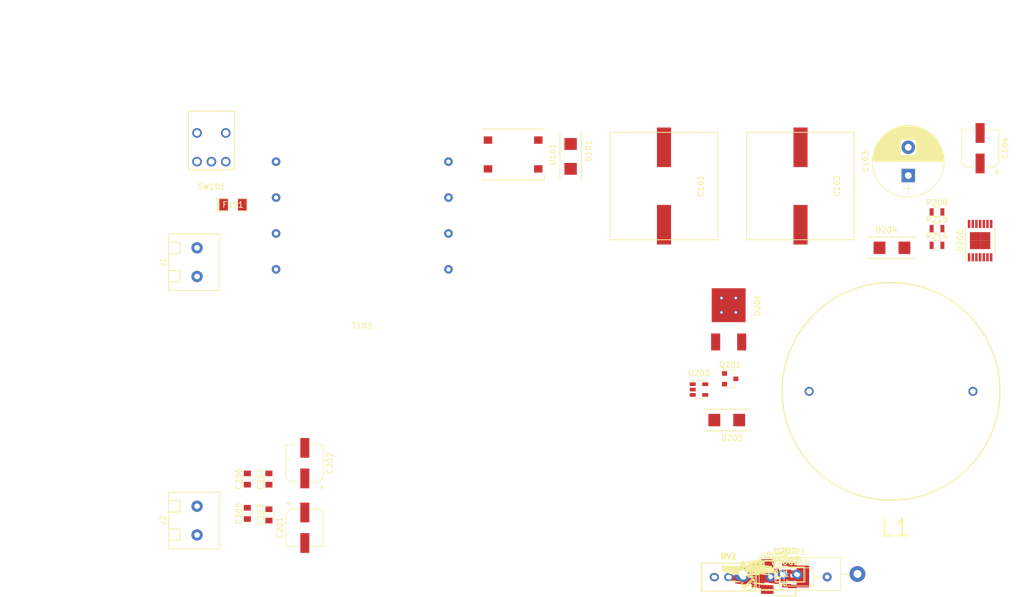
<source format=kicad_pcb>
(kicad_pcb (version 4) (host pcbnew 4.0.7)

  (general
    (links 109)
    (no_connects 97)
    (area 13.421079 3.65 198.120001 110.793574)
    (thickness 1.6)
    (drawings 3)
    (tracks 0)
    (zones 0)
    (modules 63)
    (nets 66)
  )

  (page A4)
  (layers
    (0 F.Cu signal)
    (31 B.Cu signal)
    (32 B.Adhes user)
    (33 F.Adhes user)
    (34 B.Paste user)
    (35 F.Paste user)
    (36 B.SilkS user)
    (37 F.SilkS user)
    (38 B.Mask user)
    (39 F.Mask user)
    (40 Dwgs.User user)
    (41 Cmts.User user)
    (42 Eco1.User user)
    (43 Eco2.User user)
    (44 Edge.Cuts user hide)
    (45 Margin user)
    (46 B.CrtYd user)
    (47 F.CrtYd user)
    (48 B.Fab user hide)
    (49 F.Fab user hide)
  )

  (setup
    (last_trace_width 0.25)
    (trace_clearance 0.25)
    (zone_clearance 0.508)
    (zone_45_only no)
    (trace_min 0.2)
    (segment_width 0.2)
    (edge_width 0.15)
    (via_size 0.6)
    (via_drill 0.4)
    (via_min_size 0.4)
    (via_min_drill 0.3)
    (uvia_size 0.3)
    (uvia_drill 0.1)
    (uvias_allowed no)
    (uvia_min_size 0.2)
    (uvia_min_drill 0.1)
    (pcb_text_width 0.3)
    (pcb_text_size 1.5 1.5)
    (mod_edge_width 0.15)
    (mod_text_size 1 1)
    (mod_text_width 0.15)
    (pad_size 1.524 1.524)
    (pad_drill 0.762)
    (pad_to_mask_clearance 0.2)
    (aux_axis_origin 0 0)
    (visible_elements 7FFFEFFF)
    (pcbplotparams
      (layerselection 0x00030_80000001)
      (usegerberextensions false)
      (excludeedgelayer true)
      (linewidth 0.100000)
      (plotframeref false)
      (viasonmask false)
      (mode 1)
      (useauxorigin false)
      (hpglpennumber 1)
      (hpglpenspeed 20)
      (hpglpendiameter 15)
      (hpglpenoverlay 2)
      (psnegative false)
      (psa4output false)
      (plotreference true)
      (plotvalue true)
      (plotinvisibletext false)
      (padsonsilk false)
      (subtractmaskfromsilk false)
      (outputformat 1)
      (mirror false)
      (drillshape 1)
      (scaleselection 1)
      (outputdirectory ""))
  )

  (net 0 "")
  (net 1 "Net-(C201-Pad1)")
  (net 2 "Net-(C201-Pad2)")
  (net 3 VRECT+)
  (net 4 VRECT-)
  (net 5 +12V)
  (net 6 GND)
  (net 7 +5V)
  (net 8 "Net-(C202-Pad1)")
  (net 9 "Net-(C202-Pad2)")
  (net 10 "Net-(C203-Pad1)")
  (net 11 "Net-(C203-Pad2)")
  (net 12 "Net-(C204-Pad1)")
  (net 13 "Net-(C204-Pad2)")
  (net 14 "Net-(C205-Pad1)")
  (net 15 "Net-(C205-Pad2)")
  (net 16 "Net-(C206-Pad1)")
  (net 17 "Net-(C206-Pad2)")
  (net 18 "Net-(C207-Pad2)")
  (net 19 VFB)
  (net 20 "Net-(C208-Pad2)")
  (net 21 "Net-(C208-Pad1)")
  (net 22 "Net-(C213-Pad1)")
  (net 23 "Net-(C213-Pad2)")
  (net 24 VREF)
  (net 25 INA-)
  (net 26 INB-)
  (net 27 INA+)
  (net 28 "Net-(C219-Pad1)")
  (net 29 "Net-(D201-Pad1)")
  (net 30 "Net-(D201-Pad2)")
  (net 31 "Net-(D204-Pad1)")
  (net 32 "Net-(D204-Pad2)")
  (net 33 "Net-(D205-Pad1)")
  (net 34 "Net-(D205-Pad2)")
  (net 35 "Net-(F101-Pad1)")
  (net 36 "Net-(F101-Pad2)")
  (net 37 "Net-(J1-Pad1)")
  (net 38 "Net-(J1-Pad2)")
  (net 39 LOAD+)
  (net 40 VSWITCHED)
  (net 41 Gate)
  (net 42 "Net-(Q201-Pad2)")
  (net 43 "Net-(Q201-Pad3)")
  (net 44 "Net-(R1-Pad2)")
  (net 45 "Net-(R202-Pad2)")
  (net 46 "Net-(R207-Pad2)")
  (net 47 "Net-(R208-Pad2)")
  (net 48 OUTB)
  (net 49 "Net-(R214-Pad2)")
  (net 50 "Net-(R215-Pad2)")
  (net 51 INB+)
  (net 52 "Net-(RV2-Pad1)")
  (net 53 "Net-(RV2-Pad2)")
  (net 54 "Net-(RV2-Pad3)")
  (net 55 "Net-(T101-Pad5)")
  (net 56 "Net-(T101-Pad6)")
  (net 57 "Net-(T101-Pad8)")
  (net 58 "Net-(U201-Pad2)")
  (net 59 VPWM)
  (net 60 OVSD)
  (net 61 "Net-(U205-Pad5)")
  (net 62 "Net-(U205-Pad7)")
  (net 63 "Net-(U206-Pad1)")
  (net 64 "Net-(U206-Pad4)")
  (net 65 "Net-(U206-Pad11)")

  (net_class Default "This is the default net class."
    (clearance 0.25)
    (trace_width 0.25)
    (via_dia 0.6)
    (via_drill 0.4)
    (uvia_dia 0.3)
    (uvia_drill 0.1)
    (add_net +12V)
    (add_net +5V)
    (add_net GND)
    (add_net Gate)
    (add_net INA+)
    (add_net INA-)
    (add_net INB+)
    (add_net INB-)
    (add_net LOAD+)
    (add_net "Net-(C201-Pad1)")
    (add_net "Net-(C201-Pad2)")
    (add_net "Net-(C202-Pad1)")
    (add_net "Net-(C202-Pad2)")
    (add_net "Net-(C203-Pad1)")
    (add_net "Net-(C203-Pad2)")
    (add_net "Net-(C204-Pad1)")
    (add_net "Net-(C204-Pad2)")
    (add_net "Net-(C205-Pad1)")
    (add_net "Net-(C205-Pad2)")
    (add_net "Net-(C206-Pad1)")
    (add_net "Net-(C206-Pad2)")
    (add_net "Net-(C207-Pad2)")
    (add_net "Net-(C208-Pad1)")
    (add_net "Net-(C208-Pad2)")
    (add_net "Net-(C213-Pad1)")
    (add_net "Net-(C213-Pad2)")
    (add_net "Net-(C219-Pad1)")
    (add_net "Net-(D201-Pad1)")
    (add_net "Net-(D201-Pad2)")
    (add_net "Net-(D204-Pad1)")
    (add_net "Net-(D204-Pad2)")
    (add_net "Net-(D205-Pad1)")
    (add_net "Net-(D205-Pad2)")
    (add_net "Net-(F101-Pad1)")
    (add_net "Net-(F101-Pad2)")
    (add_net "Net-(J1-Pad1)")
    (add_net "Net-(J1-Pad2)")
    (add_net "Net-(Q201-Pad2)")
    (add_net "Net-(Q201-Pad3)")
    (add_net "Net-(R1-Pad2)")
    (add_net "Net-(R202-Pad2)")
    (add_net "Net-(R207-Pad2)")
    (add_net "Net-(R208-Pad2)")
    (add_net "Net-(R214-Pad2)")
    (add_net "Net-(R215-Pad2)")
    (add_net "Net-(RV2-Pad1)")
    (add_net "Net-(RV2-Pad2)")
    (add_net "Net-(RV2-Pad3)")
    (add_net "Net-(T101-Pad5)")
    (add_net "Net-(T101-Pad6)")
    (add_net "Net-(T101-Pad8)")
    (add_net "Net-(U201-Pad2)")
    (add_net "Net-(U205-Pad5)")
    (add_net "Net-(U205-Pad7)")
    (add_net "Net-(U206-Pad1)")
    (add_net "Net-(U206-Pad11)")
    (add_net "Net-(U206-Pad4)")
    (add_net OUTB)
    (add_net OVSD)
    (add_net VFB)
    (add_net VPWM)
    (add_net VRECT+)
    (add_net VRECT-)
    (add_net VREF)
    (add_net VSWITCHED)
  )

  (module BoostLib:CP_Elec_19x19 (layer F.Cu) (tedit 5CACAD9D) (tstamp 5CACBB82)
    (at 134.62 36.06 90)
    (descr "SMT capacitor, aluminium electrolytic, 10x10")
    (path /5CA8D65A)
    (attr smd)
    (fp_text reference C101 (at 0 6.46 90) (layer F.SilkS)
      (effects (font (size 1 1) (thickness 0.15)))
    )
    (fp_text value 2200uF (at 0 -10.16 90) (layer F.Fab)
      (effects (font (size 1 1) (thickness 0.15)))
    )
    (fp_line (start -9.5 -9.5) (end 9.5 -9.5) (layer F.SilkS) (width 0.15))
    (fp_line (start -11 10) (end -11 -11) (layer F.CrtYd) (width 0.15))
    (fp_line (start 11 10) (end -11 10) (layer F.CrtYd) (width 0.15))
    (fp_line (start 11 -11) (end 11 10) (layer F.CrtYd) (width 0.15))
    (fp_line (start -11 -11) (end 11 -11) (layer F.CrtYd) (width 0.15))
    (fp_line (start -9.5 -9.5) (end -9.5 9.5) (layer F.SilkS) (width 0.15))
    (fp_text user %R (at 0 6.46 90) (layer F.Fab)
      (effects (font (size 1 1) (thickness 0.15)))
    )
    (fp_line (start 9.5 -9.5) (end 9.5 9.5) (layer F.SilkS) (width 0.15))
    (fp_line (start -9.5 9.5) (end 9.5 9.5) (layer F.SilkS) (width 0.15))
    (pad 1 smd rect (at -6.85 0 270) (size 7 2.5) (layers F.Cu F.Paste F.Mask)
      (net 3 VRECT+))
    (pad 2 smd rect (at 6.85 0 270) (size 7 2.5) (layers F.Cu F.Paste F.Mask)
      (net 4 VRECT-))
    (model Capacitors_SMD.3dshapes/CP_Elec_10x10.wrl
      (at (xyz 0 0 0))
      (scale (xyz 1 1 1))
      (rotate (xyz 0 0 180))
    )
  )

  (module BoostLib:CP_Elec_19x19 (layer F.Cu) (tedit 5CACAD9D) (tstamp 5CACBB88)
    (at 158.75 36.06 90)
    (descr "SMT capacitor, aluminium electrolytic, 10x10")
    (path /5CA8D8AF)
    (attr smd)
    (fp_text reference C102 (at 0 6.46 90) (layer F.SilkS)
      (effects (font (size 1 1) (thickness 0.15)))
    )
    (fp_text value 2200uF (at 0 -10.16 90) (layer F.Fab)
      (effects (font (size 1 1) (thickness 0.15)))
    )
    (fp_line (start -9.5 -9.5) (end 9.5 -9.5) (layer F.SilkS) (width 0.15))
    (fp_line (start -11 10) (end -11 -11) (layer F.CrtYd) (width 0.15))
    (fp_line (start 11 10) (end -11 10) (layer F.CrtYd) (width 0.15))
    (fp_line (start 11 -11) (end 11 10) (layer F.CrtYd) (width 0.15))
    (fp_line (start -11 -11) (end 11 -11) (layer F.CrtYd) (width 0.15))
    (fp_line (start -9.5 -9.5) (end -9.5 9.5) (layer F.SilkS) (width 0.15))
    (fp_text user %R (at 0 6.46 90) (layer F.Fab)
      (effects (font (size 1 1) (thickness 0.15)))
    )
    (fp_line (start 9.5 -9.5) (end 9.5 9.5) (layer F.SilkS) (width 0.15))
    (fp_line (start -9.5 9.5) (end 9.5 9.5) (layer F.SilkS) (width 0.15))
    (pad 1 smd rect (at -6.85 0 270) (size 7 2.5) (layers F.Cu F.Paste F.Mask)
      (net 3 VRECT+))
    (pad 2 smd rect (at 6.85 0 270) (size 7 2.5) (layers F.Cu F.Paste F.Mask)
      (net 4 VRECT-))
    (model Capacitors_SMD.3dshapes/CP_Elec_10x10.wrl
      (at (xyz 0 0 0))
      (scale (xyz 1 1 1))
      (rotate (xyz 0 0 180))
    )
  )

  (module Capacitors_THT:CP_Radial_D12.5mm_P5.00mm (layer F.Cu) (tedit 597BC7C2) (tstamp 5CACBB8E)
    (at 177.8 34.21 90)
    (descr "CP, Radial series, Radial, pin pitch=5.00mm, , diameter=12.5mm, Electrolytic Capacitor")
    (tags "CP Radial series Radial pin pitch 5.00mm  diameter 12.5mm Electrolytic Capacitor")
    (path /5CA8D9DC)
    (fp_text reference C103 (at 2.5 -7.56 90) (layer F.SilkS)
      (effects (font (size 1 1) (thickness 0.15)))
    )
    (fp_text value 220uF (at 2.5 7.56 90) (layer F.Fab)
      (effects (font (size 1 1) (thickness 0.15)))
    )
    (fp_circle (center 2.5 0) (end 8.75 0) (layer F.Fab) (width 0.1))
    (fp_circle (center 2.5 0) (end 8.84 0) (layer F.SilkS) (width 0.12))
    (fp_line (start -3.2 0) (end -1.4 0) (layer F.Fab) (width 0.1))
    (fp_line (start -2.3 -0.9) (end -2.3 0.9) (layer F.Fab) (width 0.1))
    (fp_line (start 2.5 -6.3) (end 2.5 6.3) (layer F.SilkS) (width 0.12))
    (fp_line (start 2.54 -6.3) (end 2.54 6.3) (layer F.SilkS) (width 0.12))
    (fp_line (start 2.58 -6.3) (end 2.58 6.3) (layer F.SilkS) (width 0.12))
    (fp_line (start 2.62 -6.299) (end 2.62 6.299) (layer F.SilkS) (width 0.12))
    (fp_line (start 2.66 -6.298) (end 2.66 6.298) (layer F.SilkS) (width 0.12))
    (fp_line (start 2.7 -6.297) (end 2.7 6.297) (layer F.SilkS) (width 0.12))
    (fp_line (start 2.74 -6.296) (end 2.74 6.296) (layer F.SilkS) (width 0.12))
    (fp_line (start 2.78 -6.294) (end 2.78 6.294) (layer F.SilkS) (width 0.12))
    (fp_line (start 2.82 -6.292) (end 2.82 6.292) (layer F.SilkS) (width 0.12))
    (fp_line (start 2.86 -6.29) (end 2.86 6.29) (layer F.SilkS) (width 0.12))
    (fp_line (start 2.9 -6.288) (end 2.9 6.288) (layer F.SilkS) (width 0.12))
    (fp_line (start 2.94 -6.285) (end 2.94 6.285) (layer F.SilkS) (width 0.12))
    (fp_line (start 2.98 -6.282) (end 2.98 6.282) (layer F.SilkS) (width 0.12))
    (fp_line (start 3.02 -6.279) (end 3.02 6.279) (layer F.SilkS) (width 0.12))
    (fp_line (start 3.06 -6.276) (end 3.06 6.276) (layer F.SilkS) (width 0.12))
    (fp_line (start 3.1 -6.272) (end 3.1 6.272) (layer F.SilkS) (width 0.12))
    (fp_line (start 3.14 -6.268) (end 3.14 6.268) (layer F.SilkS) (width 0.12))
    (fp_line (start 3.18 -6.264) (end 3.18 6.264) (layer F.SilkS) (width 0.12))
    (fp_line (start 3.221 -6.259) (end 3.221 6.259) (layer F.SilkS) (width 0.12))
    (fp_line (start 3.261 -6.255) (end 3.261 6.255) (layer F.SilkS) (width 0.12))
    (fp_line (start 3.301 -6.25) (end 3.301 6.25) (layer F.SilkS) (width 0.12))
    (fp_line (start 3.341 -6.245) (end 3.341 6.245) (layer F.SilkS) (width 0.12))
    (fp_line (start 3.381 -6.239) (end 3.381 6.239) (layer F.SilkS) (width 0.12))
    (fp_line (start 3.421 -6.233) (end 3.421 6.233) (layer F.SilkS) (width 0.12))
    (fp_line (start 3.461 -6.227) (end 3.461 6.227) (layer F.SilkS) (width 0.12))
    (fp_line (start 3.501 -6.221) (end 3.501 6.221) (layer F.SilkS) (width 0.12))
    (fp_line (start 3.541 -6.215) (end 3.541 6.215) (layer F.SilkS) (width 0.12))
    (fp_line (start 3.581 -6.208) (end 3.581 6.208) (layer F.SilkS) (width 0.12))
    (fp_line (start 3.621 -6.201) (end 3.621 -1.38) (layer F.SilkS) (width 0.12))
    (fp_line (start 3.621 1.38) (end 3.621 6.201) (layer F.SilkS) (width 0.12))
    (fp_line (start 3.661 -6.193) (end 3.661 -1.38) (layer F.SilkS) (width 0.12))
    (fp_line (start 3.661 1.38) (end 3.661 6.193) (layer F.SilkS) (width 0.12))
    (fp_line (start 3.701 -6.186) (end 3.701 -1.38) (layer F.SilkS) (width 0.12))
    (fp_line (start 3.701 1.38) (end 3.701 6.186) (layer F.SilkS) (width 0.12))
    (fp_line (start 3.741 -6.178) (end 3.741 -1.38) (layer F.SilkS) (width 0.12))
    (fp_line (start 3.741 1.38) (end 3.741 6.178) (layer F.SilkS) (width 0.12))
    (fp_line (start 3.781 -6.17) (end 3.781 -1.38) (layer F.SilkS) (width 0.12))
    (fp_line (start 3.781 1.38) (end 3.781 6.17) (layer F.SilkS) (width 0.12))
    (fp_line (start 3.821 -6.162) (end 3.821 -1.38) (layer F.SilkS) (width 0.12))
    (fp_line (start 3.821 1.38) (end 3.821 6.162) (layer F.SilkS) (width 0.12))
    (fp_line (start 3.861 -6.153) (end 3.861 -1.38) (layer F.SilkS) (width 0.12))
    (fp_line (start 3.861 1.38) (end 3.861 6.153) (layer F.SilkS) (width 0.12))
    (fp_line (start 3.901 -6.144) (end 3.901 -1.38) (layer F.SilkS) (width 0.12))
    (fp_line (start 3.901 1.38) (end 3.901 6.144) (layer F.SilkS) (width 0.12))
    (fp_line (start 3.941 -6.135) (end 3.941 -1.38) (layer F.SilkS) (width 0.12))
    (fp_line (start 3.941 1.38) (end 3.941 6.135) (layer F.SilkS) (width 0.12))
    (fp_line (start 3.981 -6.125) (end 3.981 -1.38) (layer F.SilkS) (width 0.12))
    (fp_line (start 3.981 1.38) (end 3.981 6.125) (layer F.SilkS) (width 0.12))
    (fp_line (start 4.021 -6.116) (end 4.021 -1.38) (layer F.SilkS) (width 0.12))
    (fp_line (start 4.021 1.38) (end 4.021 6.116) (layer F.SilkS) (width 0.12))
    (fp_line (start 4.061 -6.106) (end 4.061 -1.38) (layer F.SilkS) (width 0.12))
    (fp_line (start 4.061 1.38) (end 4.061 6.106) (layer F.SilkS) (width 0.12))
    (fp_line (start 4.101 -6.095) (end 4.101 -1.38) (layer F.SilkS) (width 0.12))
    (fp_line (start 4.101 1.38) (end 4.101 6.095) (layer F.SilkS) (width 0.12))
    (fp_line (start 4.141 -6.085) (end 4.141 -1.38) (layer F.SilkS) (width 0.12))
    (fp_line (start 4.141 1.38) (end 4.141 6.085) (layer F.SilkS) (width 0.12))
    (fp_line (start 4.181 -6.074) (end 4.181 -1.38) (layer F.SilkS) (width 0.12))
    (fp_line (start 4.181 1.38) (end 4.181 6.074) (layer F.SilkS) (width 0.12))
    (fp_line (start 4.221 -6.063) (end 4.221 -1.38) (layer F.SilkS) (width 0.12))
    (fp_line (start 4.221 1.38) (end 4.221 6.063) (layer F.SilkS) (width 0.12))
    (fp_line (start 4.261 -6.051) (end 4.261 -1.38) (layer F.SilkS) (width 0.12))
    (fp_line (start 4.261 1.38) (end 4.261 6.051) (layer F.SilkS) (width 0.12))
    (fp_line (start 4.301 -6.04) (end 4.301 -1.38) (layer F.SilkS) (width 0.12))
    (fp_line (start 4.301 1.38) (end 4.301 6.04) (layer F.SilkS) (width 0.12))
    (fp_line (start 4.341 -6.028) (end 4.341 -1.38) (layer F.SilkS) (width 0.12))
    (fp_line (start 4.341 1.38) (end 4.341 6.028) (layer F.SilkS) (width 0.12))
    (fp_line (start 4.381 -6.015) (end 4.381 -1.38) (layer F.SilkS) (width 0.12))
    (fp_line (start 4.381 1.38) (end 4.381 6.015) (layer F.SilkS) (width 0.12))
    (fp_line (start 4.421 -6.003) (end 4.421 -1.38) (layer F.SilkS) (width 0.12))
    (fp_line (start 4.421 1.38) (end 4.421 6.003) (layer F.SilkS) (width 0.12))
    (fp_line (start 4.461 -5.99) (end 4.461 -1.38) (layer F.SilkS) (width 0.12))
    (fp_line (start 4.461 1.38) (end 4.461 5.99) (layer F.SilkS) (width 0.12))
    (fp_line (start 4.501 -5.977) (end 4.501 -1.38) (layer F.SilkS) (width 0.12))
    (fp_line (start 4.501 1.38) (end 4.501 5.977) (layer F.SilkS) (width 0.12))
    (fp_line (start 4.541 -5.963) (end 4.541 -1.38) (layer F.SilkS) (width 0.12))
    (fp_line (start 4.541 1.38) (end 4.541 5.963) (layer F.SilkS) (width 0.12))
    (fp_line (start 4.581 -5.95) (end 4.581 -1.38) (layer F.SilkS) (width 0.12))
    (fp_line (start 4.581 1.38) (end 4.581 5.95) (layer F.SilkS) (width 0.12))
    (fp_line (start 4.621 -5.936) (end 4.621 -1.38) (layer F.SilkS) (width 0.12))
    (fp_line (start 4.621 1.38) (end 4.621 5.936) (layer F.SilkS) (width 0.12))
    (fp_line (start 4.661 -5.921) (end 4.661 -1.38) (layer F.SilkS) (width 0.12))
    (fp_line (start 4.661 1.38) (end 4.661 5.921) (layer F.SilkS) (width 0.12))
    (fp_line (start 4.701 -5.907) (end 4.701 -1.38) (layer F.SilkS) (width 0.12))
    (fp_line (start 4.701 1.38) (end 4.701 5.907) (layer F.SilkS) (width 0.12))
    (fp_line (start 4.741 -5.892) (end 4.741 -1.38) (layer F.SilkS) (width 0.12))
    (fp_line (start 4.741 1.38) (end 4.741 5.892) (layer F.SilkS) (width 0.12))
    (fp_line (start 4.781 -5.876) (end 4.781 -1.38) (layer F.SilkS) (width 0.12))
    (fp_line (start 4.781 1.38) (end 4.781 5.876) (layer F.SilkS) (width 0.12))
    (fp_line (start 4.821 -5.861) (end 4.821 -1.38) (layer F.SilkS) (width 0.12))
    (fp_line (start 4.821 1.38) (end 4.821 5.861) (layer F.SilkS) (width 0.12))
    (fp_line (start 4.861 -5.845) (end 4.861 -1.38) (layer F.SilkS) (width 0.12))
    (fp_line (start 4.861 1.38) (end 4.861 5.845) (layer F.SilkS) (width 0.12))
    (fp_line (start 4.901 -5.829) (end 4.901 -1.38) (layer F.SilkS) (width 0.12))
    (fp_line (start 4.901 1.38) (end 4.901 5.829) (layer F.SilkS) (width 0.12))
    (fp_line (start 4.941 -5.812) (end 4.941 -1.38) (layer F.SilkS) (width 0.12))
    (fp_line (start 4.941 1.38) (end 4.941 5.812) (layer F.SilkS) (width 0.12))
    (fp_line (start 4.981 -5.795) (end 4.981 -1.38) (layer F.SilkS) (width 0.12))
    (fp_line (start 4.981 1.38) (end 4.981 5.795) (layer F.SilkS) (width 0.12))
    (fp_line (start 5.021 -5.778) (end 5.021 -1.38) (layer F.SilkS) (width 0.12))
    (fp_line (start 5.021 1.38) (end 5.021 5.778) (layer F.SilkS) (width 0.12))
    (fp_line (start 5.061 -5.761) (end 5.061 -1.38) (layer F.SilkS) (width 0.12))
    (fp_line (start 5.061 1.38) (end 5.061 5.761) (layer F.SilkS) (width 0.12))
    (fp_line (start 5.101 -5.743) (end 5.101 -1.38) (layer F.SilkS) (width 0.12))
    (fp_line (start 5.101 1.38) (end 5.101 5.743) (layer F.SilkS) (width 0.12))
    (fp_line (start 5.141 -5.725) (end 5.141 -1.38) (layer F.SilkS) (width 0.12))
    (fp_line (start 5.141 1.38) (end 5.141 5.725) (layer F.SilkS) (width 0.12))
    (fp_line (start 5.181 -5.706) (end 5.181 -1.38) (layer F.SilkS) (width 0.12))
    (fp_line (start 5.181 1.38) (end 5.181 5.706) (layer F.SilkS) (width 0.12))
    (fp_line (start 5.221 -5.687) (end 5.221 -1.38) (layer F.SilkS) (width 0.12))
    (fp_line (start 5.221 1.38) (end 5.221 5.687) (layer F.SilkS) (width 0.12))
    (fp_line (start 5.261 -5.668) (end 5.261 -1.38) (layer F.SilkS) (width 0.12))
    (fp_line (start 5.261 1.38) (end 5.261 5.668) (layer F.SilkS) (width 0.12))
    (fp_line (start 5.301 -5.649) (end 5.301 -1.38) (layer F.SilkS) (width 0.12))
    (fp_line (start 5.301 1.38) (end 5.301 5.649) (layer F.SilkS) (width 0.12))
    (fp_line (start 5.341 -5.629) (end 5.341 -1.38) (layer F.SilkS) (width 0.12))
    (fp_line (start 5.341 1.38) (end 5.341 5.629) (layer F.SilkS) (width 0.12))
    (fp_line (start 5.381 -5.609) (end 5.381 -1.38) (layer F.SilkS) (width 0.12))
    (fp_line (start 5.381 1.38) (end 5.381 5.609) (layer F.SilkS) (width 0.12))
    (fp_line (start 5.421 -5.588) (end 5.421 -1.38) (layer F.SilkS) (width 0.12))
    (fp_line (start 5.421 1.38) (end 5.421 5.588) (layer F.SilkS) (width 0.12))
    (fp_line (start 5.461 -5.567) (end 5.461 -1.38) (layer F.SilkS) (width 0.12))
    (fp_line (start 5.461 1.38) (end 5.461 5.567) (layer F.SilkS) (width 0.12))
    (fp_line (start 5.501 -5.546) (end 5.501 -1.38) (layer F.SilkS) (width 0.12))
    (fp_line (start 5.501 1.38) (end 5.501 5.546) (layer F.SilkS) (width 0.12))
    (fp_line (start 5.541 -5.524) (end 5.541 -1.38) (layer F.SilkS) (width 0.12))
    (fp_line (start 5.541 1.38) (end 5.541 5.524) (layer F.SilkS) (width 0.12))
    (fp_line (start 5.581 -5.502) (end 5.581 -1.38) (layer F.SilkS) (width 0.12))
    (fp_line (start 5.581 1.38) (end 5.581 5.502) (layer F.SilkS) (width 0.12))
    (fp_line (start 5.621 -5.48) (end 5.621 -1.38) (layer F.SilkS) (width 0.12))
    (fp_line (start 5.621 1.38) (end 5.621 5.48) (layer F.SilkS) (width 0.12))
    (fp_line (start 5.661 -5.457) (end 5.661 -1.38) (layer F.SilkS) (width 0.12))
    (fp_line (start 5.661 1.38) (end 5.661 5.457) (layer F.SilkS) (width 0.12))
    (fp_line (start 5.701 -5.434) (end 5.701 -1.38) (layer F.SilkS) (width 0.12))
    (fp_line (start 5.701 1.38) (end 5.701 5.434) (layer F.SilkS) (width 0.12))
    (fp_line (start 5.741 -5.41) (end 5.741 -1.38) (layer F.SilkS) (width 0.12))
    (fp_line (start 5.741 1.38) (end 5.741 5.41) (layer F.SilkS) (width 0.12))
    (fp_line (start 5.781 -5.386) (end 5.781 -1.38) (layer F.SilkS) (width 0.12))
    (fp_line (start 5.781 1.38) (end 5.781 5.386) (layer F.SilkS) (width 0.12))
    (fp_line (start 5.821 -5.362) (end 5.821 -1.38) (layer F.SilkS) (width 0.12))
    (fp_line (start 5.821 1.38) (end 5.821 5.362) (layer F.SilkS) (width 0.12))
    (fp_line (start 5.861 -5.337) (end 5.861 -1.38) (layer F.SilkS) (width 0.12))
    (fp_line (start 5.861 1.38) (end 5.861 5.337) (layer F.SilkS) (width 0.12))
    (fp_line (start 5.901 -5.312) (end 5.901 -1.38) (layer F.SilkS) (width 0.12))
    (fp_line (start 5.901 1.38) (end 5.901 5.312) (layer F.SilkS) (width 0.12))
    (fp_line (start 5.941 -5.286) (end 5.941 -1.38) (layer F.SilkS) (width 0.12))
    (fp_line (start 5.941 1.38) (end 5.941 5.286) (layer F.SilkS) (width 0.12))
    (fp_line (start 5.981 -5.26) (end 5.981 -1.38) (layer F.SilkS) (width 0.12))
    (fp_line (start 5.981 1.38) (end 5.981 5.26) (layer F.SilkS) (width 0.12))
    (fp_line (start 6.021 -5.234) (end 6.021 -1.38) (layer F.SilkS) (width 0.12))
    (fp_line (start 6.021 1.38) (end 6.021 5.234) (layer F.SilkS) (width 0.12))
    (fp_line (start 6.061 -5.207) (end 6.061 -1.38) (layer F.SilkS) (width 0.12))
    (fp_line (start 6.061 1.38) (end 6.061 5.207) (layer F.SilkS) (width 0.12))
    (fp_line (start 6.101 -5.179) (end 6.101 -1.38) (layer F.SilkS) (width 0.12))
    (fp_line (start 6.101 1.38) (end 6.101 5.179) (layer F.SilkS) (width 0.12))
    (fp_line (start 6.141 -5.151) (end 6.141 -1.38) (layer F.SilkS) (width 0.12))
    (fp_line (start 6.141 1.38) (end 6.141 5.151) (layer F.SilkS) (width 0.12))
    (fp_line (start 6.181 -5.123) (end 6.181 -1.38) (layer F.SilkS) (width 0.12))
    (fp_line (start 6.181 1.38) (end 6.181 5.123) (layer F.SilkS) (width 0.12))
    (fp_line (start 6.221 -5.094) (end 6.221 -1.38) (layer F.SilkS) (width 0.12))
    (fp_line (start 6.221 1.38) (end 6.221 5.094) (layer F.SilkS) (width 0.12))
    (fp_line (start 6.261 -5.065) (end 6.261 -1.38) (layer F.SilkS) (width 0.12))
    (fp_line (start 6.261 1.38) (end 6.261 5.065) (layer F.SilkS) (width 0.12))
    (fp_line (start 6.301 -5.035) (end 6.301 -1.38) (layer F.SilkS) (width 0.12))
    (fp_line (start 6.301 1.38) (end 6.301 5.035) (layer F.SilkS) (width 0.12))
    (fp_line (start 6.341 -5.005) (end 6.341 -1.38) (layer F.SilkS) (width 0.12))
    (fp_line (start 6.341 1.38) (end 6.341 5.005) (layer F.SilkS) (width 0.12))
    (fp_line (start 6.381 -4.975) (end 6.381 4.975) (layer F.SilkS) (width 0.12))
    (fp_line (start 6.421 -4.943) (end 6.421 4.943) (layer F.SilkS) (width 0.12))
    (fp_line (start 6.461 -4.912) (end 6.461 4.912) (layer F.SilkS) (width 0.12))
    (fp_line (start 6.501 -4.879) (end 6.501 4.879) (layer F.SilkS) (width 0.12))
    (fp_line (start 6.541 -4.847) (end 6.541 4.847) (layer F.SilkS) (width 0.12))
    (fp_line (start 6.581 -4.813) (end 6.581 4.813) (layer F.SilkS) (width 0.12))
    (fp_line (start 6.621 -4.779) (end 6.621 4.779) (layer F.SilkS) (width 0.12))
    (fp_line (start 6.661 -4.745) (end 6.661 4.745) (layer F.SilkS) (width 0.12))
    (fp_line (start 6.701 -4.71) (end 6.701 4.71) (layer F.SilkS) (width 0.12))
    (fp_line (start 6.741 -4.674) (end 6.741 4.674) (layer F.SilkS) (width 0.12))
    (fp_line (start 6.781 -4.638) (end 6.781 4.638) (layer F.SilkS) (width 0.12))
    (fp_line (start 6.821 -4.601) (end 6.821 4.601) (layer F.SilkS) (width 0.12))
    (fp_line (start 6.861 -4.563) (end 6.861 4.563) (layer F.SilkS) (width 0.12))
    (fp_line (start 6.901 -4.525) (end 6.901 4.525) (layer F.SilkS) (width 0.12))
    (fp_line (start 6.941 -4.486) (end 6.941 4.486) (layer F.SilkS) (width 0.12))
    (fp_line (start 6.981 -4.447) (end 6.981 4.447) (layer F.SilkS) (width 0.12))
    (fp_line (start 7.021 -4.406) (end 7.021 4.406) (layer F.SilkS) (width 0.12))
    (fp_line (start 7.061 -4.365) (end 7.061 4.365) (layer F.SilkS) (width 0.12))
    (fp_line (start 7.101 -4.323) (end 7.101 4.323) (layer F.SilkS) (width 0.12))
    (fp_line (start 7.141 -4.281) (end 7.141 4.281) (layer F.SilkS) (width 0.12))
    (fp_line (start 7.181 -4.238) (end 7.181 4.238) (layer F.SilkS) (width 0.12))
    (fp_line (start 7.221 -4.193) (end 7.221 4.193) (layer F.SilkS) (width 0.12))
    (fp_line (start 7.261 -4.148) (end 7.261 4.148) (layer F.SilkS) (width 0.12))
    (fp_line (start 7.301 -4.102) (end 7.301 4.102) (layer F.SilkS) (width 0.12))
    (fp_line (start 7.341 -4.056) (end 7.341 4.056) (layer F.SilkS) (width 0.12))
    (fp_line (start 7.381 -4.008) (end 7.381 4.008) (layer F.SilkS) (width 0.12))
    (fp_line (start 7.421 -3.959) (end 7.421 3.959) (layer F.SilkS) (width 0.12))
    (fp_line (start 7.461 -3.909) (end 7.461 3.909) (layer F.SilkS) (width 0.12))
    (fp_line (start 7.501 -3.859) (end 7.501 3.859) (layer F.SilkS) (width 0.12))
    (fp_line (start 7.541 -3.807) (end 7.541 3.807) (layer F.SilkS) (width 0.12))
    (fp_line (start 7.581 -3.754) (end 7.581 3.754) (layer F.SilkS) (width 0.12))
    (fp_line (start 7.621 -3.7) (end 7.621 3.7) (layer F.SilkS) (width 0.12))
    (fp_line (start 7.661 -3.644) (end 7.661 3.644) (layer F.SilkS) (width 0.12))
    (fp_line (start 7.701 -3.588) (end 7.701 3.588) (layer F.SilkS) (width 0.12))
    (fp_line (start 7.741 -3.53) (end 7.741 3.53) (layer F.SilkS) (width 0.12))
    (fp_line (start 7.781 -3.47) (end 7.781 3.47) (layer F.SilkS) (width 0.12))
    (fp_line (start 7.821 -3.409) (end 7.821 3.409) (layer F.SilkS) (width 0.12))
    (fp_line (start 7.861 -3.347) (end 7.861 3.347) (layer F.SilkS) (width 0.12))
    (fp_line (start 7.901 -3.282) (end 7.901 3.282) (layer F.SilkS) (width 0.12))
    (fp_line (start 7.941 -3.217) (end 7.941 3.217) (layer F.SilkS) (width 0.12))
    (fp_line (start 7.981 -3.149) (end 7.981 3.149) (layer F.SilkS) (width 0.12))
    (fp_line (start 8.021 -3.079) (end 8.021 3.079) (layer F.SilkS) (width 0.12))
    (fp_line (start 8.061 -3.007) (end 8.061 3.007) (layer F.SilkS) (width 0.12))
    (fp_line (start 8.101 -2.933) (end 8.101 2.933) (layer F.SilkS) (width 0.12))
    (fp_line (start 8.141 -2.856) (end 8.141 2.856) (layer F.SilkS) (width 0.12))
    (fp_line (start 8.181 -2.777) (end 8.181 2.777) (layer F.SilkS) (width 0.12))
    (fp_line (start 8.221 -2.695) (end 8.221 2.695) (layer F.SilkS) (width 0.12))
    (fp_line (start 8.261 -2.61) (end 8.261 2.61) (layer F.SilkS) (width 0.12))
    (fp_line (start 8.301 -2.521) (end 8.301 2.521) (layer F.SilkS) (width 0.12))
    (fp_line (start 8.341 -2.428) (end 8.341 2.428) (layer F.SilkS) (width 0.12))
    (fp_line (start 8.381 -2.331) (end 8.381 2.331) (layer F.SilkS) (width 0.12))
    (fp_line (start 8.421 -2.23) (end 8.421 2.23) (layer F.SilkS) (width 0.12))
    (fp_line (start 8.461 -2.122) (end 8.461 2.122) (layer F.SilkS) (width 0.12))
    (fp_line (start 8.501 -2.009) (end 8.501 2.009) (layer F.SilkS) (width 0.12))
    (fp_line (start 8.541 -1.888) (end 8.541 1.888) (layer F.SilkS) (width 0.12))
    (fp_line (start 8.581 -1.757) (end 8.581 1.757) (layer F.SilkS) (width 0.12))
    (fp_line (start 8.621 -1.616) (end 8.621 1.616) (layer F.SilkS) (width 0.12))
    (fp_line (start 8.661 -1.46) (end 8.661 1.46) (layer F.SilkS) (width 0.12))
    (fp_line (start 8.701 -1.285) (end 8.701 1.285) (layer F.SilkS) (width 0.12))
    (fp_line (start 8.741 -1.082) (end 8.741 1.082) (layer F.SilkS) (width 0.12))
    (fp_line (start 8.781 -0.831) (end 8.781 0.831) (layer F.SilkS) (width 0.12))
    (fp_line (start 8.821 -0.464) (end 8.821 0.464) (layer F.SilkS) (width 0.12))
    (fp_line (start -3.2 0) (end -1.4 0) (layer F.SilkS) (width 0.12))
    (fp_line (start -2.3 -0.9) (end -2.3 0.9) (layer F.SilkS) (width 0.12))
    (fp_line (start -4.1 -6.6) (end -4.1 6.6) (layer F.CrtYd) (width 0.05))
    (fp_line (start -4.1 6.6) (end 9.1 6.6) (layer F.CrtYd) (width 0.05))
    (fp_line (start 9.1 6.6) (end 9.1 -6.6) (layer F.CrtYd) (width 0.05))
    (fp_line (start 9.1 -6.6) (end -4.1 -6.6) (layer F.CrtYd) (width 0.05))
    (fp_text user %R (at 2.5 0 90) (layer F.Fab)
      (effects (font (size 1 1) (thickness 0.15)))
    )
    (pad 1 thru_hole rect (at 0 0 90) (size 2.4 2.4) (drill 1.2) (layers *.Cu *.Mask)
      (net 3 VRECT+))
    (pad 2 thru_hole circle (at 5 0 90) (size 2.4 2.4) (drill 1.2) (layers *.Cu *.Mask)
      (net 4 VRECT-))
    (model ${KISYS3DMOD}/Capacitors_THT.3dshapes/CP_Radial_D12.5mm_P5.00mm.wrl
      (at (xyz 0 0 0))
      (scale (xyz 1 1 1))
      (rotate (xyz 0 0 0))
    )
  )

  (module Capacitors_SMD:CP_Elec_6.3x7.7 (layer F.Cu) (tedit 58AA8B76) (tstamp 5CACBB94)
    (at 190.5 29.37 90)
    (descr "SMT capacitor, aluminium electrolytic, 6.3x7.7")
    (path /5CA8DAE4)
    (attr smd)
    (fp_text reference C104 (at 0 4.43 90) (layer F.SilkS)
      (effects (font (size 1 1) (thickness 0.15)))
    )
    (fp_text value 100uF (at 0 -4.43 90) (layer F.Fab)
      (effects (font (size 1 1) (thickness 0.15)))
    )
    (fp_circle (center 0 0) (end 0.5 3) (layer F.Fab) (width 0.1))
    (fp_text user + (at -1.73 -0.08 90) (layer F.Fab)
      (effects (font (size 1 1) (thickness 0.15)))
    )
    (fp_text user + (at -4.28 2.91 90) (layer F.SilkS)
      (effects (font (size 1 1) (thickness 0.15)))
    )
    (fp_text user %R (at 0 4.43 90) (layer F.Fab)
      (effects (font (size 1 1) (thickness 0.15)))
    )
    (fp_line (start 3.15 3.15) (end 3.15 -3.15) (layer F.Fab) (width 0.1))
    (fp_line (start -2.48 3.15) (end 3.15 3.15) (layer F.Fab) (width 0.1))
    (fp_line (start -3.15 2.48) (end -2.48 3.15) (layer F.Fab) (width 0.1))
    (fp_line (start -3.15 -2.48) (end -3.15 2.48) (layer F.Fab) (width 0.1))
    (fp_line (start -2.48 -3.15) (end -3.15 -2.48) (layer F.Fab) (width 0.1))
    (fp_line (start 3.15 -3.15) (end -2.48 -3.15) (layer F.Fab) (width 0.1))
    (fp_line (start -3.3 2.54) (end -3.3 1.12) (layer F.SilkS) (width 0.12))
    (fp_line (start 3.3 3.3) (end 3.3 1.12) (layer F.SilkS) (width 0.12))
    (fp_line (start 3.3 -3.3) (end 3.3 -1.12) (layer F.SilkS) (width 0.12))
    (fp_line (start -3.3 -2.54) (end -3.3 -1.12) (layer F.SilkS) (width 0.12))
    (fp_line (start 3.3 3.3) (end -2.54 3.3) (layer F.SilkS) (width 0.12))
    (fp_line (start -2.54 3.3) (end -3.3 2.54) (layer F.SilkS) (width 0.12))
    (fp_line (start -3.3 -2.54) (end -2.54 -3.3) (layer F.SilkS) (width 0.12))
    (fp_line (start -2.54 -3.3) (end 3.3 -3.3) (layer F.SilkS) (width 0.12))
    (fp_line (start -4.7 -3.4) (end 4.7 -3.4) (layer F.CrtYd) (width 0.05))
    (fp_line (start -4.7 -3.4) (end -4.7 3.4) (layer F.CrtYd) (width 0.05))
    (fp_line (start 4.7 3.4) (end 4.7 -3.4) (layer F.CrtYd) (width 0.05))
    (fp_line (start 4.7 3.4) (end -4.7 3.4) (layer F.CrtYd) (width 0.05))
    (pad 1 smd rect (at -2.7 0 270) (size 3.5 1.6) (layers F.Cu F.Paste F.Mask)
      (net 3 VRECT+))
    (pad 2 smd rect (at 2.7 0 270) (size 3.5 1.6) (layers F.Cu F.Paste F.Mask)
      (net 4 VRECT-))
    (model Capacitors_SMD.3dshapes/CP_Elec_6.3x7.7.wrl
      (at (xyz 0 0 0))
      (scale (xyz 1 1 1))
      (rotate (xyz 0 0 180))
    )
  )

  (module Capacitors_SMD:C_0805 (layer F.Cu) (tedit 58AA8463) (tstamp 5CACBB9A)
    (at 149.556511 105.868544)
    (descr "Capacitor SMD 0805, reflow soldering, AVX (see smccp.pdf)")
    (tags "capacitor 0805")
    (path /5CACDD11)
    (attr smd)
    (fp_text reference C105 (at 0 -1.5) (layer F.SilkS)
      (effects (font (size 1 1) (thickness 0.15)))
    )
    (fp_text value 1uF (at 0 1.75) (layer F.Fab)
      (effects (font (size 1 1) (thickness 0.15)))
    )
    (fp_text user %R (at 0 -1.5) (layer F.Fab)
      (effects (font (size 1 1) (thickness 0.15)))
    )
    (fp_line (start -1 0.62) (end -1 -0.62) (layer F.Fab) (width 0.1))
    (fp_line (start 1 0.62) (end -1 0.62) (layer F.Fab) (width 0.1))
    (fp_line (start 1 -0.62) (end 1 0.62) (layer F.Fab) (width 0.1))
    (fp_line (start -1 -0.62) (end 1 -0.62) (layer F.Fab) (width 0.1))
    (fp_line (start 0.5 -0.85) (end -0.5 -0.85) (layer F.SilkS) (width 0.12))
    (fp_line (start -0.5 0.85) (end 0.5 0.85) (layer F.SilkS) (width 0.12))
    (fp_line (start -1.75 -0.88) (end 1.75 -0.88) (layer F.CrtYd) (width 0.05))
    (fp_line (start -1.75 -0.88) (end -1.75 0.87) (layer F.CrtYd) (width 0.05))
    (fp_line (start 1.75 0.87) (end 1.75 -0.88) (layer F.CrtYd) (width 0.05))
    (fp_line (start 1.75 0.87) (end -1.75 0.87) (layer F.CrtYd) (width 0.05))
    (pad 1 smd rect (at -1 0) (size 1 1.25) (layers F.Cu F.Paste F.Mask)
      (net 5 +12V))
    (pad 2 smd rect (at 1 0) (size 1 1.25) (layers F.Cu F.Paste F.Mask)
      (net 6 GND))
    (model Capacitors_SMD.3dshapes/C_0805.wrl
      (at (xyz 0 0 0))
      (scale (xyz 1 1 1))
      (rotate (xyz 0 0 0))
    )
  )

  (module Capacitors_SMD:C_0805 (layer F.Cu) (tedit 58AA8463) (tstamp 5CACBBA0)
    (at 149.132345 105.813546)
    (descr "Capacitor SMD 0805, reflow soldering, AVX (see smccp.pdf)")
    (tags "capacitor 0805")
    (path /5CACDAD2)
    (attr smd)
    (fp_text reference C106 (at 0 -1.5) (layer F.SilkS)
      (effects (font (size 1 1) (thickness 0.15)))
    )
    (fp_text value 1uF (at 0 1.75) (layer F.Fab)
      (effects (font (size 1 1) (thickness 0.15)))
    )
    (fp_text user %R (at 0 -1.5) (layer F.Fab)
      (effects (font (size 1 1) (thickness 0.15)))
    )
    (fp_line (start -1 0.62) (end -1 -0.62) (layer F.Fab) (width 0.1))
    (fp_line (start 1 0.62) (end -1 0.62) (layer F.Fab) (width 0.1))
    (fp_line (start 1 -0.62) (end 1 0.62) (layer F.Fab) (width 0.1))
    (fp_line (start -1 -0.62) (end 1 -0.62) (layer F.Fab) (width 0.1))
    (fp_line (start 0.5 -0.85) (end -0.5 -0.85) (layer F.SilkS) (width 0.12))
    (fp_line (start -0.5 0.85) (end 0.5 0.85) (layer F.SilkS) (width 0.12))
    (fp_line (start -1.75 -0.88) (end 1.75 -0.88) (layer F.CrtYd) (width 0.05))
    (fp_line (start -1.75 -0.88) (end -1.75 0.87) (layer F.CrtYd) (width 0.05))
    (fp_line (start 1.75 0.87) (end 1.75 -0.88) (layer F.CrtYd) (width 0.05))
    (fp_line (start 1.75 0.87) (end -1.75 0.87) (layer F.CrtYd) (width 0.05))
    (pad 1 smd rect (at -1 0) (size 1 1.25) (layers F.Cu F.Paste F.Mask)
      (net 7 +5V))
    (pad 2 smd rect (at 1 0) (size 1 1.25) (layers F.Cu F.Paste F.Mask)
      (net 6 GND))
    (model Capacitors_SMD.3dshapes/C_0805.wrl
      (at (xyz 0 0 0))
      (scale (xyz 1 1 1))
      (rotate (xyz 0 0 0))
    )
  )

  (module Capacitors_SMD:CP_Elec_6.3x7.7 (layer F.Cu) (tedit 58AA8B76) (tstamp 5CACBBA6)
    (at 71.12 96.52 270)
    (descr "SMT capacitor, aluminium electrolytic, 6.3x7.7")
    (path /5C9E424F)
    (attr smd)
    (fp_text reference C201 (at 0 4.43 270) (layer F.SilkS)
      (effects (font (size 1 1) (thickness 0.15)))
    )
    (fp_text value 100uF (at 0 -4.43 270) (layer F.Fab)
      (effects (font (size 1 1) (thickness 0.15)))
    )
    (fp_circle (center 0 0) (end 0.5 3) (layer F.Fab) (width 0.1))
    (fp_text user + (at -1.73 -0.08 270) (layer F.Fab)
      (effects (font (size 1 1) (thickness 0.15)))
    )
    (fp_text user + (at -4.28 2.91 270) (layer F.SilkS)
      (effects (font (size 1 1) (thickness 0.15)))
    )
    (fp_text user %R (at 0 4.43 270) (layer F.Fab)
      (effects (font (size 1 1) (thickness 0.15)))
    )
    (fp_line (start 3.15 3.15) (end 3.15 -3.15) (layer F.Fab) (width 0.1))
    (fp_line (start -2.48 3.15) (end 3.15 3.15) (layer F.Fab) (width 0.1))
    (fp_line (start -3.15 2.48) (end -2.48 3.15) (layer F.Fab) (width 0.1))
    (fp_line (start -3.15 -2.48) (end -3.15 2.48) (layer F.Fab) (width 0.1))
    (fp_line (start -2.48 -3.15) (end -3.15 -2.48) (layer F.Fab) (width 0.1))
    (fp_line (start 3.15 -3.15) (end -2.48 -3.15) (layer F.Fab) (width 0.1))
    (fp_line (start -3.3 2.54) (end -3.3 1.12) (layer F.SilkS) (width 0.12))
    (fp_line (start 3.3 3.3) (end 3.3 1.12) (layer F.SilkS) (width 0.12))
    (fp_line (start 3.3 -3.3) (end 3.3 -1.12) (layer F.SilkS) (width 0.12))
    (fp_line (start -3.3 -2.54) (end -3.3 -1.12) (layer F.SilkS) (width 0.12))
    (fp_line (start 3.3 3.3) (end -2.54 3.3) (layer F.SilkS) (width 0.12))
    (fp_line (start -2.54 3.3) (end -3.3 2.54) (layer F.SilkS) (width 0.12))
    (fp_line (start -3.3 -2.54) (end -2.54 -3.3) (layer F.SilkS) (width 0.12))
    (fp_line (start -2.54 -3.3) (end 3.3 -3.3) (layer F.SilkS) (width 0.12))
    (fp_line (start -4.7 -3.4) (end 4.7 -3.4) (layer F.CrtYd) (width 0.05))
    (fp_line (start -4.7 -3.4) (end -4.7 3.4) (layer F.CrtYd) (width 0.05))
    (fp_line (start 4.7 3.4) (end 4.7 -3.4) (layer F.CrtYd) (width 0.05))
    (fp_line (start 4.7 3.4) (end -4.7 3.4) (layer F.CrtYd) (width 0.05))
    (pad 1 smd rect (at -2.7 0 90) (size 3.5 1.6) (layers F.Cu F.Paste F.Mask)
      (net 1 "Net-(C201-Pad1)"))
    (pad 2 smd rect (at 2.7 0 90) (size 3.5 1.6) (layers F.Cu F.Paste F.Mask)
      (net 2 "Net-(C201-Pad2)"))
    (model Capacitors_SMD.3dshapes/CP_Elec_6.3x7.7.wrl
      (at (xyz 0 0 0))
      (scale (xyz 1 1 1))
      (rotate (xyz 0 0 180))
    )
  )

  (module Capacitors_SMD:CP_Elec_6.3x7.7 (layer F.Cu) (tedit 58AA8B76) (tstamp 5CACBBAC)
    (at 71.12 85.09 90)
    (descr "SMT capacitor, aluminium electrolytic, 6.3x7.7")
    (path /5C9E4134)
    (attr smd)
    (fp_text reference C202 (at 0 4.43 90) (layer F.SilkS)
      (effects (font (size 1 1) (thickness 0.15)))
    )
    (fp_text value 100uF (at 0 -4.43 90) (layer F.Fab)
      (effects (font (size 1 1) (thickness 0.15)))
    )
    (fp_circle (center 0 0) (end 0.5 3) (layer F.Fab) (width 0.1))
    (fp_text user + (at -1.73 -0.08 90) (layer F.Fab)
      (effects (font (size 1 1) (thickness 0.15)))
    )
    (fp_text user + (at -4.28 2.91 90) (layer F.SilkS)
      (effects (font (size 1 1) (thickness 0.15)))
    )
    (fp_text user %R (at 0 4.43 90) (layer F.Fab)
      (effects (font (size 1 1) (thickness 0.15)))
    )
    (fp_line (start 3.15 3.15) (end 3.15 -3.15) (layer F.Fab) (width 0.1))
    (fp_line (start -2.48 3.15) (end 3.15 3.15) (layer F.Fab) (width 0.1))
    (fp_line (start -3.15 2.48) (end -2.48 3.15) (layer F.Fab) (width 0.1))
    (fp_line (start -3.15 -2.48) (end -3.15 2.48) (layer F.Fab) (width 0.1))
    (fp_line (start -2.48 -3.15) (end -3.15 -2.48) (layer F.Fab) (width 0.1))
    (fp_line (start 3.15 -3.15) (end -2.48 -3.15) (layer F.Fab) (width 0.1))
    (fp_line (start -3.3 2.54) (end -3.3 1.12) (layer F.SilkS) (width 0.12))
    (fp_line (start 3.3 3.3) (end 3.3 1.12) (layer F.SilkS) (width 0.12))
    (fp_line (start 3.3 -3.3) (end 3.3 -1.12) (layer F.SilkS) (width 0.12))
    (fp_line (start -3.3 -2.54) (end -3.3 -1.12) (layer F.SilkS) (width 0.12))
    (fp_line (start 3.3 3.3) (end -2.54 3.3) (layer F.SilkS) (width 0.12))
    (fp_line (start -2.54 3.3) (end -3.3 2.54) (layer F.SilkS) (width 0.12))
    (fp_line (start -3.3 -2.54) (end -2.54 -3.3) (layer F.SilkS) (width 0.12))
    (fp_line (start -2.54 -3.3) (end 3.3 -3.3) (layer F.SilkS) (width 0.12))
    (fp_line (start -4.7 -3.4) (end 4.7 -3.4) (layer F.CrtYd) (width 0.05))
    (fp_line (start -4.7 -3.4) (end -4.7 3.4) (layer F.CrtYd) (width 0.05))
    (fp_line (start 4.7 3.4) (end 4.7 -3.4) (layer F.CrtYd) (width 0.05))
    (fp_line (start 4.7 3.4) (end -4.7 3.4) (layer F.CrtYd) (width 0.05))
    (pad 1 smd rect (at -2.7 0 270) (size 3.5 1.6) (layers F.Cu F.Paste F.Mask)
      (net 8 "Net-(C202-Pad1)"))
    (pad 2 smd rect (at 2.7 0 270) (size 3.5 1.6) (layers F.Cu F.Paste F.Mask)
      (net 9 "Net-(C202-Pad2)"))
    (model Capacitors_SMD.3dshapes/CP_Elec_6.3x7.7.wrl
      (at (xyz 0 0 0))
      (scale (xyz 1 1 1))
      (rotate (xyz 0 0 180))
    )
  )

  (module Capacitors_SMD:C_0805 (layer F.Cu) (tedit 58AA8463) (tstamp 5CACBBB2)
    (at 64.77 94.25 90)
    (descr "Capacitor SMD 0805, reflow soldering, AVX (see smccp.pdf)")
    (tags "capacitor 0805")
    (path /5C9E4185)
    (attr smd)
    (fp_text reference C203 (at 0 -1.5 90) (layer F.SilkS)
      (effects (font (size 1 1) (thickness 0.15)))
    )
    (fp_text value 10uF (at 0 1.75 90) (layer F.Fab)
      (effects (font (size 1 1) (thickness 0.15)))
    )
    (fp_text user %R (at 0 -1.5 90) (layer F.Fab)
      (effects (font (size 1 1) (thickness 0.15)))
    )
    (fp_line (start -1 0.62) (end -1 -0.62) (layer F.Fab) (width 0.1))
    (fp_line (start 1 0.62) (end -1 0.62) (layer F.Fab) (width 0.1))
    (fp_line (start 1 -0.62) (end 1 0.62) (layer F.Fab) (width 0.1))
    (fp_line (start -1 -0.62) (end 1 -0.62) (layer F.Fab) (width 0.1))
    (fp_line (start 0.5 -0.85) (end -0.5 -0.85) (layer F.SilkS) (width 0.12))
    (fp_line (start -0.5 0.85) (end 0.5 0.85) (layer F.SilkS) (width 0.12))
    (fp_line (start -1.75 -0.88) (end 1.75 -0.88) (layer F.CrtYd) (width 0.05))
    (fp_line (start -1.75 -0.88) (end -1.75 0.87) (layer F.CrtYd) (width 0.05))
    (fp_line (start 1.75 0.87) (end 1.75 -0.88) (layer F.CrtYd) (width 0.05))
    (fp_line (start 1.75 0.87) (end -1.75 0.87) (layer F.CrtYd) (width 0.05))
    (pad 1 smd rect (at -1 0 90) (size 1 1.25) (layers F.Cu F.Paste F.Mask)
      (net 10 "Net-(C203-Pad1)"))
    (pad 2 smd rect (at 1 0 90) (size 1 1.25) (layers F.Cu F.Paste F.Mask)
      (net 11 "Net-(C203-Pad2)"))
    (model Capacitors_SMD.3dshapes/C_0805.wrl
      (at (xyz 0 0 0))
      (scale (xyz 1 1 1))
      (rotate (xyz 0 0 0))
    )
  )

  (module Capacitors_SMD:C_0805 (layer F.Cu) (tedit 58AA8463) (tstamp 5CACBBB8)
    (at 64.77 87.9 90)
    (descr "Capacitor SMD 0805, reflow soldering, AVX (see smccp.pdf)")
    (tags "capacitor 0805")
    (path /5C9E41BE)
    (attr smd)
    (fp_text reference C204 (at 0 -1.5 90) (layer F.SilkS)
      (effects (font (size 1 1) (thickness 0.15)))
    )
    (fp_text value 10uF (at 0 1.75 90) (layer F.Fab)
      (effects (font (size 1 1) (thickness 0.15)))
    )
    (fp_text user %R (at 0 -1.5 90) (layer F.Fab)
      (effects (font (size 1 1) (thickness 0.15)))
    )
    (fp_line (start -1 0.62) (end -1 -0.62) (layer F.Fab) (width 0.1))
    (fp_line (start 1 0.62) (end -1 0.62) (layer F.Fab) (width 0.1))
    (fp_line (start 1 -0.62) (end 1 0.62) (layer F.Fab) (width 0.1))
    (fp_line (start -1 -0.62) (end 1 -0.62) (layer F.Fab) (width 0.1))
    (fp_line (start 0.5 -0.85) (end -0.5 -0.85) (layer F.SilkS) (width 0.12))
    (fp_line (start -0.5 0.85) (end 0.5 0.85) (layer F.SilkS) (width 0.12))
    (fp_line (start -1.75 -0.88) (end 1.75 -0.88) (layer F.CrtYd) (width 0.05))
    (fp_line (start -1.75 -0.88) (end -1.75 0.87) (layer F.CrtYd) (width 0.05))
    (fp_line (start 1.75 0.87) (end 1.75 -0.88) (layer F.CrtYd) (width 0.05))
    (fp_line (start 1.75 0.87) (end -1.75 0.87) (layer F.CrtYd) (width 0.05))
    (pad 1 smd rect (at -1 0 90) (size 1 1.25) (layers F.Cu F.Paste F.Mask)
      (net 12 "Net-(C204-Pad1)"))
    (pad 2 smd rect (at 1 0 90) (size 1 1.25) (layers F.Cu F.Paste F.Mask)
      (net 13 "Net-(C204-Pad2)"))
    (model Capacitors_SMD.3dshapes/C_0805.wrl
      (at (xyz 0 0 0))
      (scale (xyz 1 1 1))
      (rotate (xyz 0 0 0))
    )
  )

  (module Capacitors_SMD:C_0805 (layer F.Cu) (tedit 58AA8463) (tstamp 5CACBBBE)
    (at 60.96 93.98 90)
    (descr "Capacitor SMD 0805, reflow soldering, AVX (see smccp.pdf)")
    (tags "capacitor 0805")
    (path /5C9E42AB)
    (attr smd)
    (fp_text reference C205 (at 0 -1.5 90) (layer F.SilkS)
      (effects (font (size 1 1) (thickness 0.15)))
    )
    (fp_text value 1uF (at 0 1.75 90) (layer F.Fab)
      (effects (font (size 1 1) (thickness 0.15)))
    )
    (fp_text user %R (at 0 -1.5 90) (layer F.Fab)
      (effects (font (size 1 1) (thickness 0.15)))
    )
    (fp_line (start -1 0.62) (end -1 -0.62) (layer F.Fab) (width 0.1))
    (fp_line (start 1 0.62) (end -1 0.62) (layer F.Fab) (width 0.1))
    (fp_line (start 1 -0.62) (end 1 0.62) (layer F.Fab) (width 0.1))
    (fp_line (start -1 -0.62) (end 1 -0.62) (layer F.Fab) (width 0.1))
    (fp_line (start 0.5 -0.85) (end -0.5 -0.85) (layer F.SilkS) (width 0.12))
    (fp_line (start -0.5 0.85) (end 0.5 0.85) (layer F.SilkS) (width 0.12))
    (fp_line (start -1.75 -0.88) (end 1.75 -0.88) (layer F.CrtYd) (width 0.05))
    (fp_line (start -1.75 -0.88) (end -1.75 0.87) (layer F.CrtYd) (width 0.05))
    (fp_line (start 1.75 0.87) (end 1.75 -0.88) (layer F.CrtYd) (width 0.05))
    (fp_line (start 1.75 0.87) (end -1.75 0.87) (layer F.CrtYd) (width 0.05))
    (pad 1 smd rect (at -1 0 90) (size 1 1.25) (layers F.Cu F.Paste F.Mask)
      (net 14 "Net-(C205-Pad1)"))
    (pad 2 smd rect (at 1 0 90) (size 1 1.25) (layers F.Cu F.Paste F.Mask)
      (net 15 "Net-(C205-Pad2)"))
    (model Capacitors_SMD.3dshapes/C_0805.wrl
      (at (xyz 0 0 0))
      (scale (xyz 1 1 1))
      (rotate (xyz 0 0 0))
    )
  )

  (module Capacitors_SMD:C_0805 (layer F.Cu) (tedit 58AA8463) (tstamp 5CACBBC4)
    (at 60.96 87.9 90)
    (descr "Capacitor SMD 0805, reflow soldering, AVX (see smccp.pdf)")
    (tags "capacitor 0805")
    (path /5C9E41FA)
    (attr smd)
    (fp_text reference C206 (at 0 -1.5 90) (layer F.SilkS)
      (effects (font (size 1 1) (thickness 0.15)))
    )
    (fp_text value 1uF (at 0 1.75 90) (layer F.Fab)
      (effects (font (size 1 1) (thickness 0.15)))
    )
    (fp_text user %R (at 0 -1.5 90) (layer F.Fab)
      (effects (font (size 1 1) (thickness 0.15)))
    )
    (fp_line (start -1 0.62) (end -1 -0.62) (layer F.Fab) (width 0.1))
    (fp_line (start 1 0.62) (end -1 0.62) (layer F.Fab) (width 0.1))
    (fp_line (start 1 -0.62) (end 1 0.62) (layer F.Fab) (width 0.1))
    (fp_line (start -1 -0.62) (end 1 -0.62) (layer F.Fab) (width 0.1))
    (fp_line (start 0.5 -0.85) (end -0.5 -0.85) (layer F.SilkS) (width 0.12))
    (fp_line (start -0.5 0.85) (end 0.5 0.85) (layer F.SilkS) (width 0.12))
    (fp_line (start -1.75 -0.88) (end 1.75 -0.88) (layer F.CrtYd) (width 0.05))
    (fp_line (start -1.75 -0.88) (end -1.75 0.87) (layer F.CrtYd) (width 0.05))
    (fp_line (start 1.75 0.87) (end 1.75 -0.88) (layer F.CrtYd) (width 0.05))
    (fp_line (start 1.75 0.87) (end -1.75 0.87) (layer F.CrtYd) (width 0.05))
    (pad 1 smd rect (at -1 0 90) (size 1 1.25) (layers F.Cu F.Paste F.Mask)
      (net 16 "Net-(C206-Pad1)"))
    (pad 2 smd rect (at 1 0 90) (size 1 1.25) (layers F.Cu F.Paste F.Mask)
      (net 17 "Net-(C206-Pad2)"))
    (model Capacitors_SMD.3dshapes/C_0805.wrl
      (at (xyz 0 0 0))
      (scale (xyz 1 1 1))
      (rotate (xyz 0 0 0))
    )
  )

  (module Capacitors_SMD:C_0603 (layer F.Cu) (tedit 59958EE7) (tstamp 5CACBBCA)
    (at 149.980677 104.563596)
    (descr "Capacitor SMD 0603, reflow soldering, AVX (see smccp.pdf)")
    (tags "capacitor 0603")
    (path /5CA5AC3D)
    (attr smd)
    (fp_text reference C207 (at 0 -1.5) (layer F.SilkS)
      (effects (font (size 1 1) (thickness 0.15)))
    )
    (fp_text value 6800pF (at 0 1.5) (layer F.Fab)
      (effects (font (size 1 1) (thickness 0.15)))
    )
    (fp_line (start 1.4 0.65) (end -1.4 0.65) (layer F.CrtYd) (width 0.05))
    (fp_line (start 1.4 0.65) (end 1.4 -0.65) (layer F.CrtYd) (width 0.05))
    (fp_line (start -1.4 -0.65) (end -1.4 0.65) (layer F.CrtYd) (width 0.05))
    (fp_line (start -1.4 -0.65) (end 1.4 -0.65) (layer F.CrtYd) (width 0.05))
    (fp_line (start 0.35 0.6) (end -0.35 0.6) (layer F.SilkS) (width 0.12))
    (fp_line (start -0.35 -0.6) (end 0.35 -0.6) (layer F.SilkS) (width 0.12))
    (fp_line (start -0.8 -0.4) (end 0.8 -0.4) (layer F.Fab) (width 0.1))
    (fp_line (start 0.8 -0.4) (end 0.8 0.4) (layer F.Fab) (width 0.1))
    (fp_line (start 0.8 0.4) (end -0.8 0.4) (layer F.Fab) (width 0.1))
    (fp_line (start -0.8 0.4) (end -0.8 -0.4) (layer F.Fab) (width 0.1))
    (fp_text user %R (at 0 0) (layer F.Fab)
      (effects (font (size 0.3 0.3) (thickness 0.075)))
    )
    (pad 2 smd rect (at 0.75 0) (size 0.8 0.75) (layers F.Cu F.Paste F.Mask)
      (net 18 "Net-(C207-Pad2)"))
    (pad 1 smd rect (at -0.75 0) (size 0.8 0.75) (layers F.Cu F.Paste F.Mask)
      (net 19 VFB))
    (model Capacitors_SMD.3dshapes/C_0603.wrl
      (at (xyz 0 0 0))
      (scale (xyz 1 1 1))
      (rotate (xyz 0 0 0))
    )
  )

  (module Capacitors_SMD:C_0603 (layer F.Cu) (tedit 59958EE7) (tstamp 5CACBBD0)
    (at 150.19276 104.591095)
    (descr "Capacitor SMD 0603, reflow soldering, AVX (see smccp.pdf)")
    (tags "capacitor 0603")
    (path /5CA5AB1C)
    (attr smd)
    (fp_text reference C208 (at 0 -1.5) (layer F.SilkS)
      (effects (font (size 1 1) (thickness 0.15)))
    )
    (fp_text value 7500pF (at 0 1.5) (layer F.Fab)
      (effects (font (size 1 1) (thickness 0.15)))
    )
    (fp_line (start 1.4 0.65) (end -1.4 0.65) (layer F.CrtYd) (width 0.05))
    (fp_line (start 1.4 0.65) (end 1.4 -0.65) (layer F.CrtYd) (width 0.05))
    (fp_line (start -1.4 -0.65) (end -1.4 0.65) (layer F.CrtYd) (width 0.05))
    (fp_line (start -1.4 -0.65) (end 1.4 -0.65) (layer F.CrtYd) (width 0.05))
    (fp_line (start 0.35 0.6) (end -0.35 0.6) (layer F.SilkS) (width 0.12))
    (fp_line (start -0.35 -0.6) (end 0.35 -0.6) (layer F.SilkS) (width 0.12))
    (fp_line (start -0.8 -0.4) (end 0.8 -0.4) (layer F.Fab) (width 0.1))
    (fp_line (start 0.8 -0.4) (end 0.8 0.4) (layer F.Fab) (width 0.1))
    (fp_line (start 0.8 0.4) (end -0.8 0.4) (layer F.Fab) (width 0.1))
    (fp_line (start -0.8 0.4) (end -0.8 -0.4) (layer F.Fab) (width 0.1))
    (fp_text user %R (at 0 0) (layer F.Fab)
      (effects (font (size 0.3 0.3) (thickness 0.075)))
    )
    (pad 2 smd rect (at 0.75 0) (size 0.8 0.75) (layers F.Cu F.Paste F.Mask)
      (net 20 "Net-(C208-Pad2)"))
    (pad 1 smd rect (at -0.75 0) (size 0.8 0.75) (layers F.Cu F.Paste F.Mask)
      (net 21 "Net-(C208-Pad1)"))
    (model Capacitors_SMD.3dshapes/C_0603.wrl
      (at (xyz 0 0 0))
      (scale (xyz 1 1 1))
      (rotate (xyz 0 0 0))
    )
  )

  (module Capacitors_SMD:C_0603 (layer F.Cu) (tedit 59958EE7) (tstamp 5CACBBD6)
    (at 150.404843 104.618594)
    (descr "Capacitor SMD 0603, reflow soldering, AVX (see smccp.pdf)")
    (tags "capacitor 0603")
    (path /5CA5AD2E)
    (attr smd)
    (fp_text reference C209 (at 0 -1.5) (layer F.SilkS)
      (effects (font (size 1 1) (thickness 0.15)))
    )
    (fp_text value 1pF (at 0 1.5) (layer F.Fab)
      (effects (font (size 1 1) (thickness 0.15)))
    )
    (fp_line (start 1.4 0.65) (end -1.4 0.65) (layer F.CrtYd) (width 0.05))
    (fp_line (start 1.4 0.65) (end 1.4 -0.65) (layer F.CrtYd) (width 0.05))
    (fp_line (start -1.4 -0.65) (end -1.4 0.65) (layer F.CrtYd) (width 0.05))
    (fp_line (start -1.4 -0.65) (end 1.4 -0.65) (layer F.CrtYd) (width 0.05))
    (fp_line (start 0.35 0.6) (end -0.35 0.6) (layer F.SilkS) (width 0.12))
    (fp_line (start -0.35 -0.6) (end 0.35 -0.6) (layer F.SilkS) (width 0.12))
    (fp_line (start -0.8 -0.4) (end 0.8 -0.4) (layer F.Fab) (width 0.1))
    (fp_line (start 0.8 -0.4) (end 0.8 0.4) (layer F.Fab) (width 0.1))
    (fp_line (start 0.8 0.4) (end -0.8 0.4) (layer F.Fab) (width 0.1))
    (fp_line (start -0.8 0.4) (end -0.8 -0.4) (layer F.Fab) (width 0.1))
    (fp_text user %R (at 0 0) (layer F.Fab)
      (effects (font (size 0.3 0.3) (thickness 0.075)))
    )
    (pad 2 smd rect (at 0.75 0) (size 0.8 0.75) (layers F.Cu F.Paste F.Mask)
      (net 21 "Net-(C208-Pad1)"))
    (pad 1 smd rect (at -0.75 0) (size 0.8 0.75) (layers F.Cu F.Paste F.Mask)
      (net 19 VFB))
    (model Capacitors_SMD.3dshapes/C_0603.wrl
      (at (xyz 0 0 0))
      (scale (xyz 1 1 1))
      (rotate (xyz 0 0 0))
    )
  )

  (module Capacitors_SMD:C_0805 (layer F.Cu) (tedit 58AA8463) (tstamp 5CACBBDC)
    (at 149.768594 105.896043)
    (descr "Capacitor SMD 0805, reflow soldering, AVX (see smccp.pdf)")
    (tags "capacitor 0805")
    (path /5CA519E7)
    (attr smd)
    (fp_text reference C210 (at 0 -1.5) (layer F.SilkS)
      (effects (font (size 1 1) (thickness 0.15)))
    )
    (fp_text value 1uF (at 0 1.75) (layer F.Fab)
      (effects (font (size 1 1) (thickness 0.15)))
    )
    (fp_text user %R (at 0 -1.5) (layer F.Fab)
      (effects (font (size 1 1) (thickness 0.15)))
    )
    (fp_line (start -1 0.62) (end -1 -0.62) (layer F.Fab) (width 0.1))
    (fp_line (start 1 0.62) (end -1 0.62) (layer F.Fab) (width 0.1))
    (fp_line (start 1 -0.62) (end 1 0.62) (layer F.Fab) (width 0.1))
    (fp_line (start -1 -0.62) (end 1 -0.62) (layer F.Fab) (width 0.1))
    (fp_line (start 0.5 -0.85) (end -0.5 -0.85) (layer F.SilkS) (width 0.12))
    (fp_line (start -0.5 0.85) (end 0.5 0.85) (layer F.SilkS) (width 0.12))
    (fp_line (start -1.75 -0.88) (end 1.75 -0.88) (layer F.CrtYd) (width 0.05))
    (fp_line (start -1.75 -0.88) (end -1.75 0.87) (layer F.CrtYd) (width 0.05))
    (fp_line (start 1.75 0.87) (end 1.75 -0.88) (layer F.CrtYd) (width 0.05))
    (fp_line (start 1.75 0.87) (end -1.75 0.87) (layer F.CrtYd) (width 0.05))
    (pad 1 smd rect (at -1 0) (size 1 1.25) (layers F.Cu F.Paste F.Mask)
      (net 3 VRECT+))
    (pad 2 smd rect (at 1 0) (size 1 1.25) (layers F.Cu F.Paste F.Mask)
      (net 4 VRECT-))
    (model Capacitors_SMD.3dshapes/C_0805.wrl
      (at (xyz 0 0 0))
      (scale (xyz 1 1 1))
      (rotate (xyz 0 0 0))
    )
  )

  (module Capacitors_SMD:C_0603_HandSoldering (layer F.Cu) (tedit 58AA848B) (tstamp 5CACBBE2)
    (at 154.858586 105.923542)
    (descr "Capacitor SMD 0603, hand soldering")
    (tags "capacitor 0603")
    (path /5CA51030)
    (attr smd)
    (fp_text reference C211 (at 0 -1.25) (layer F.SilkS)
      (effects (font (size 1 1) (thickness 0.15)))
    )
    (fp_text value 100pF (at 0 1.5) (layer F.Fab)
      (effects (font (size 1 1) (thickness 0.15)))
    )
    (fp_text user %R (at 0 -1.25) (layer F.Fab)
      (effects (font (size 1 1) (thickness 0.15)))
    )
    (fp_line (start -0.8 0.4) (end -0.8 -0.4) (layer F.Fab) (width 0.1))
    (fp_line (start 0.8 0.4) (end -0.8 0.4) (layer F.Fab) (width 0.1))
    (fp_line (start 0.8 -0.4) (end 0.8 0.4) (layer F.Fab) (width 0.1))
    (fp_line (start -0.8 -0.4) (end 0.8 -0.4) (layer F.Fab) (width 0.1))
    (fp_line (start -0.35 -0.6) (end 0.35 -0.6) (layer F.SilkS) (width 0.12))
    (fp_line (start 0.35 0.6) (end -0.35 0.6) (layer F.SilkS) (width 0.12))
    (fp_line (start -1.8 -0.65) (end 1.8 -0.65) (layer F.CrtYd) (width 0.05))
    (fp_line (start -1.8 -0.65) (end -1.8 0.65) (layer F.CrtYd) (width 0.05))
    (fp_line (start 1.8 0.65) (end 1.8 -0.65) (layer F.CrtYd) (width 0.05))
    (fp_line (start 1.8 0.65) (end -1.8 0.65) (layer F.CrtYd) (width 0.05))
    (pad 1 smd rect (at -0.95 0) (size 1.2 0.75) (layers F.Cu F.Paste F.Mask)
      (net 5 +12V))
    (pad 2 smd rect (at 0.95 0) (size 1.2 0.75) (layers F.Cu F.Paste F.Mask)
      (net 4 VRECT-))
    (model Capacitors_SMD.3dshapes/C_0603.wrl
      (at (xyz 0 0 0))
      (scale (xyz 1 1 1))
      (rotate (xyz 0 0 0))
    )
  )

  (module Capacitors_SMD:C_0805 (layer F.Cu) (tedit 58AA8463) (tstamp 5CACBBE8)
    (at 148.708179 105.758548)
    (descr "Capacitor SMD 0805, reflow soldering, AVX (see smccp.pdf)")
    (tags "capacitor 0805")
    (path /5CA50F7C)
    (attr smd)
    (fp_text reference C212 (at 0 -1.5) (layer F.SilkS)
      (effects (font (size 1 1) (thickness 0.15)))
    )
    (fp_text value 10uF (at 0 1.75) (layer F.Fab)
      (effects (font (size 1 1) (thickness 0.15)))
    )
    (fp_text user %R (at 0 -1.5) (layer F.Fab)
      (effects (font (size 1 1) (thickness 0.15)))
    )
    (fp_line (start -1 0.62) (end -1 -0.62) (layer F.Fab) (width 0.1))
    (fp_line (start 1 0.62) (end -1 0.62) (layer F.Fab) (width 0.1))
    (fp_line (start 1 -0.62) (end 1 0.62) (layer F.Fab) (width 0.1))
    (fp_line (start -1 -0.62) (end 1 -0.62) (layer F.Fab) (width 0.1))
    (fp_line (start 0.5 -0.85) (end -0.5 -0.85) (layer F.SilkS) (width 0.12))
    (fp_line (start -0.5 0.85) (end 0.5 0.85) (layer F.SilkS) (width 0.12))
    (fp_line (start -1.75 -0.88) (end 1.75 -0.88) (layer F.CrtYd) (width 0.05))
    (fp_line (start -1.75 -0.88) (end -1.75 0.87) (layer F.CrtYd) (width 0.05))
    (fp_line (start 1.75 0.87) (end 1.75 -0.88) (layer F.CrtYd) (width 0.05))
    (fp_line (start 1.75 0.87) (end -1.75 0.87) (layer F.CrtYd) (width 0.05))
    (pad 1 smd rect (at -1 0) (size 1 1.25) (layers F.Cu F.Paste F.Mask)
      (net 5 +12V))
    (pad 2 smd rect (at 1 0) (size 1 1.25) (layers F.Cu F.Paste F.Mask)
      (net 4 VRECT-))
    (model Capacitors_SMD.3dshapes/C_0805.wrl
      (at (xyz 0 0 0))
      (scale (xyz 1 1 1))
      (rotate (xyz 0 0 0))
    )
  )

  (module Capacitors_SMD:C_0805 (layer F.Cu) (tedit 58AA8463) (tstamp 5CACBBEE)
    (at 149.344428 105.841045)
    (descr "Capacitor SMD 0805, reflow soldering, AVX (see smccp.pdf)")
    (tags "capacitor 0805")
    (path /5CA5ACFE)
    (attr smd)
    (fp_text reference C213 (at 0 -1.5) (layer F.SilkS)
      (effects (font (size 1 1) (thickness 0.15)))
    )
    (fp_text value 1uF (at 0 1.75) (layer F.Fab)
      (effects (font (size 1 1) (thickness 0.15)))
    )
    (fp_text user %R (at 0 -1.5) (layer F.Fab)
      (effects (font (size 1 1) (thickness 0.15)))
    )
    (fp_line (start -1 0.62) (end -1 -0.62) (layer F.Fab) (width 0.1))
    (fp_line (start 1 0.62) (end -1 0.62) (layer F.Fab) (width 0.1))
    (fp_line (start 1 -0.62) (end 1 0.62) (layer F.Fab) (width 0.1))
    (fp_line (start -1 -0.62) (end 1 -0.62) (layer F.Fab) (width 0.1))
    (fp_line (start 0.5 -0.85) (end -0.5 -0.85) (layer F.SilkS) (width 0.12))
    (fp_line (start -0.5 0.85) (end 0.5 0.85) (layer F.SilkS) (width 0.12))
    (fp_line (start -1.75 -0.88) (end 1.75 -0.88) (layer F.CrtYd) (width 0.05))
    (fp_line (start -1.75 -0.88) (end -1.75 0.87) (layer F.CrtYd) (width 0.05))
    (fp_line (start 1.75 0.87) (end 1.75 -0.88) (layer F.CrtYd) (width 0.05))
    (fp_line (start 1.75 0.87) (end -1.75 0.87) (layer F.CrtYd) (width 0.05))
    (pad 1 smd rect (at -1 0) (size 1 1.25) (layers F.Cu F.Paste F.Mask)
      (net 22 "Net-(C213-Pad1)"))
    (pad 2 smd rect (at 1 0) (size 1 1.25) (layers F.Cu F.Paste F.Mask)
      (net 23 "Net-(C213-Pad2)"))
    (model Capacitors_SMD.3dshapes/C_0805.wrl
      (at (xyz 0 0 0))
      (scale (xyz 1 1 1))
      (rotate (xyz 0 0 0))
    )
  )

  (module Capacitors_SMD:C_0805 (layer F.Cu) (tedit 58AA8463) (tstamp 5CACBBF4)
    (at 148.920262 105.786047)
    (descr "Capacitor SMD 0805, reflow soldering, AVX (see smccp.pdf)")
    (tags "capacitor 0805")
    (path /5CA5AC7F)
    (attr smd)
    (fp_text reference C215 (at 0 -1.5) (layer F.SilkS)
      (effects (font (size 1 1) (thickness 0.15)))
    )
    (fp_text value 1uF (at 0 1.75) (layer F.Fab)
      (effects (font (size 1 1) (thickness 0.15)))
    )
    (fp_text user %R (at 0 -1.5) (layer F.Fab)
      (effects (font (size 1 1) (thickness 0.15)))
    )
    (fp_line (start -1 0.62) (end -1 -0.62) (layer F.Fab) (width 0.1))
    (fp_line (start 1 0.62) (end -1 0.62) (layer F.Fab) (width 0.1))
    (fp_line (start 1 -0.62) (end 1 0.62) (layer F.Fab) (width 0.1))
    (fp_line (start -1 -0.62) (end 1 -0.62) (layer F.Fab) (width 0.1))
    (fp_line (start 0.5 -0.85) (end -0.5 -0.85) (layer F.SilkS) (width 0.12))
    (fp_line (start -0.5 0.85) (end 0.5 0.85) (layer F.SilkS) (width 0.12))
    (fp_line (start -1.75 -0.88) (end 1.75 -0.88) (layer F.CrtYd) (width 0.05))
    (fp_line (start -1.75 -0.88) (end -1.75 0.87) (layer F.CrtYd) (width 0.05))
    (fp_line (start 1.75 0.87) (end 1.75 -0.88) (layer F.CrtYd) (width 0.05))
    (fp_line (start 1.75 0.87) (end -1.75 0.87) (layer F.CrtYd) (width 0.05))
    (pad 1 smd rect (at -1 0) (size 1 1.25) (layers F.Cu F.Paste F.Mask)
      (net 24 VREF))
    (pad 2 smd rect (at 1 0) (size 1 1.25) (layers F.Cu F.Paste F.Mask)
      (net 6 GND))
    (model Capacitors_SMD.3dshapes/C_0805.wrl
      (at (xyz 0 0 0))
      (scale (xyz 1 1 1))
      (rotate (xyz 0 0 0))
    )
  )

  (module Capacitors_THT:C_Axial_L5.1mm_D3.1mm_P10.00mm_Horizontal (layer F.Cu) (tedit 597BC7C2) (tstamp 5CACBBFA)
    (at 153.463997 105.223572)
    (descr "C, Axial series, Axial, Horizontal, pin pitch=10mm, , length*diameter=5.1*3.1mm^2, http://www.vishay.com/docs/45231/arseries.pdf")
    (tags "C Axial series Axial Horizontal pin pitch 10mm  length 5.1mm diameter 3.1mm")
    (path /5CA8628F)
    (fp_text reference C216 (at 5 -2.61) (layer F.SilkS)
      (effects (font (size 1 1) (thickness 0.15)))
    )
    (fp_text value 0.1uF (at 5 2.61) (layer F.Fab)
      (effects (font (size 1 1) (thickness 0.15)))
    )
    (fp_line (start 2.45 -1.55) (end 2.45 1.55) (layer F.Fab) (width 0.1))
    (fp_line (start 2.45 1.55) (end 7.55 1.55) (layer F.Fab) (width 0.1))
    (fp_line (start 7.55 1.55) (end 7.55 -1.55) (layer F.Fab) (width 0.1))
    (fp_line (start 7.55 -1.55) (end 2.45 -1.55) (layer F.Fab) (width 0.1))
    (fp_line (start 0 0) (end 2.45 0) (layer F.Fab) (width 0.1))
    (fp_line (start 10 0) (end 7.55 0) (layer F.Fab) (width 0.1))
    (fp_line (start 2.39 -1.61) (end 2.39 1.61) (layer F.SilkS) (width 0.12))
    (fp_line (start 2.39 1.61) (end 7.61 1.61) (layer F.SilkS) (width 0.12))
    (fp_line (start 7.61 1.61) (end 7.61 -1.61) (layer F.SilkS) (width 0.12))
    (fp_line (start 7.61 -1.61) (end 2.39 -1.61) (layer F.SilkS) (width 0.12))
    (fp_line (start 0.98 0) (end 2.39 0) (layer F.SilkS) (width 0.12))
    (fp_line (start 9.02 0) (end 7.61 0) (layer F.SilkS) (width 0.12))
    (fp_line (start -1.05 -1.9) (end -1.05 1.9) (layer F.CrtYd) (width 0.05))
    (fp_line (start -1.05 1.9) (end 11.05 1.9) (layer F.CrtYd) (width 0.05))
    (fp_line (start 11.05 1.9) (end 11.05 -1.9) (layer F.CrtYd) (width 0.05))
    (fp_line (start 11.05 -1.9) (end -1.05 -1.9) (layer F.CrtYd) (width 0.05))
    (fp_text user %R (at 5 0) (layer F.Fab)
      (effects (font (size 1 1) (thickness 0.15)))
    )
    (pad 1 thru_hole circle (at 0 0) (size 1.6 1.6) (drill 0.8) (layers *.Cu *.Mask)
      (net 25 INA-))
    (pad 2 thru_hole oval (at 10 0) (size 1.6 1.6) (drill 0.8) (layers *.Cu *.Mask)
      (net 6 GND))
    (model ${KISYS3DMOD}/Capacitors_THT.3dshapes/C_Axial_L5.1mm_D3.1mm_P10.00mm_Horizontal.wrl
      (at (xyz 0 0 0))
      (scale (xyz 1 1 1))
      (rotate (xyz 0 0 0))
    )
  )

  (module Capacitors_THT:C_Disc_D5.0mm_W2.5mm_P2.50mm (layer F.Cu) (tedit 597BC7C2) (tstamp 5CACBC00)
    (at 155.517333 104.756089)
    (descr "C, Disc series, Radial, pin pitch=2.50mm, , diameter*width=5*2.5mm^2, Capacitor, http://cdn-reichelt.de/documents/datenblatt/B300/DS_KERKO_TC.pdf")
    (tags "C Disc series Radial pin pitch 2.50mm  diameter 5mm width 2.5mm Capacitor")
    (path /5CA85AC5)
    (fp_text reference C217 (at 1.25 -2.56) (layer F.SilkS)
      (effects (font (size 1 1) (thickness 0.15)))
    )
    (fp_text value 10uF (at 1.25 2.56) (layer F.Fab)
      (effects (font (size 1 1) (thickness 0.15)))
    )
    (fp_line (start -1.25 -1.25) (end -1.25 1.25) (layer F.Fab) (width 0.1))
    (fp_line (start -1.25 1.25) (end 3.75 1.25) (layer F.Fab) (width 0.1))
    (fp_line (start 3.75 1.25) (end 3.75 -1.25) (layer F.Fab) (width 0.1))
    (fp_line (start 3.75 -1.25) (end -1.25 -1.25) (layer F.Fab) (width 0.1))
    (fp_line (start -1.31 -1.31) (end 3.81 -1.31) (layer F.SilkS) (width 0.12))
    (fp_line (start -1.31 1.31) (end 3.81 1.31) (layer F.SilkS) (width 0.12))
    (fp_line (start -1.31 -1.31) (end -1.31 1.31) (layer F.SilkS) (width 0.12))
    (fp_line (start 3.81 -1.31) (end 3.81 1.31) (layer F.SilkS) (width 0.12))
    (fp_line (start -1.6 -1.6) (end -1.6 1.6) (layer F.CrtYd) (width 0.05))
    (fp_line (start -1.6 1.6) (end 4.1 1.6) (layer F.CrtYd) (width 0.05))
    (fp_line (start 4.1 1.6) (end 4.1 -1.6) (layer F.CrtYd) (width 0.05))
    (fp_line (start 4.1 -1.6) (end -1.6 -1.6) (layer F.CrtYd) (width 0.05))
    (fp_text user %R (at 1.25 0) (layer F.Fab)
      (effects (font (size 1 1) (thickness 0.15)))
    )
    (pad 1 thru_hole circle (at 0 0) (size 1.6 1.6) (drill 0.8) (layers *.Cu *.Mask)
      (net 25 INA-))
    (pad 2 thru_hole circle (at 2.5 0) (size 1.6 1.6) (drill 0.8) (layers *.Cu *.Mask)
      (net 6 GND))
    (model ${KISYS3DMOD}/Capacitors_THT.3dshapes/C_Disc_D5.0mm_W2.5mm_P2.50mm.wrl
      (at (xyz 0 0 0))
      (scale (xyz 1 1 1))
      (rotate (xyz 0 0 0))
    )
  )

  (module Capacitors_THT:C_Disc_D5.0mm_W2.5mm_P2.50mm (layer F.Cu) (tedit 597BC7C2) (tstamp 5CACBC06)
    (at 155.729416 104.838586)
    (descr "C, Disc series, Radial, pin pitch=2.50mm, , diameter*width=5*2.5mm^2, Capacitor, http://cdn-reichelt.de/documents/datenblatt/B300/DS_KERKO_TC.pdf")
    (tags "C Disc series Radial pin pitch 2.50mm  diameter 5mm width 2.5mm Capacitor")
    (path /5CA81F90)
    (fp_text reference C218 (at 1.25 -2.56) (layer F.SilkS)
      (effects (font (size 1 1) (thickness 0.15)))
    )
    (fp_text value 3.3uF (at 1.25 2.56) (layer F.Fab)
      (effects (font (size 1 1) (thickness 0.15)))
    )
    (fp_line (start -1.25 -1.25) (end -1.25 1.25) (layer F.Fab) (width 0.1))
    (fp_line (start -1.25 1.25) (end 3.75 1.25) (layer F.Fab) (width 0.1))
    (fp_line (start 3.75 1.25) (end 3.75 -1.25) (layer F.Fab) (width 0.1))
    (fp_line (start 3.75 -1.25) (end -1.25 -1.25) (layer F.Fab) (width 0.1))
    (fp_line (start -1.31 -1.31) (end 3.81 -1.31) (layer F.SilkS) (width 0.12))
    (fp_line (start -1.31 1.31) (end 3.81 1.31) (layer F.SilkS) (width 0.12))
    (fp_line (start -1.31 -1.31) (end -1.31 1.31) (layer F.SilkS) (width 0.12))
    (fp_line (start 3.81 -1.31) (end 3.81 1.31) (layer F.SilkS) (width 0.12))
    (fp_line (start -1.6 -1.6) (end -1.6 1.6) (layer F.CrtYd) (width 0.05))
    (fp_line (start -1.6 1.6) (end 4.1 1.6) (layer F.CrtYd) (width 0.05))
    (fp_line (start 4.1 1.6) (end 4.1 -1.6) (layer F.CrtYd) (width 0.05))
    (fp_line (start 4.1 -1.6) (end -1.6 -1.6) (layer F.CrtYd) (width 0.05))
    (fp_text user %R (at 1.25 0) (layer F.Fab)
      (effects (font (size 1 1) (thickness 0.15)))
    )
    (pad 1 thru_hole circle (at 0 0) (size 1.6 1.6) (drill 0.8) (layers *.Cu *.Mask)
      (net 26 INB-))
    (pad 2 thru_hole circle (at 2.5 0) (size 1.6 1.6) (drill 0.8) (layers *.Cu *.Mask)
      (net 6 GND))
    (model ${KISYS3DMOD}/Capacitors_THT.3dshapes/C_Disc_D5.0mm_W2.5mm_P2.50mm.wrl
      (at (xyz 0 0 0))
      (scale (xyz 1 1 1))
      (rotate (xyz 0 0 0))
    )
  )

  (module Capacitors_SMD:C_0603 (layer F.Cu) (tedit 59958EE7) (tstamp 5CACBC0C)
    (at 150.616926 104.646093)
    (descr "Capacitor SMD 0603, reflow soldering, AVX (see smccp.pdf)")
    (tags "capacitor 0603")
    (path /5CA7EB15)
    (attr smd)
    (fp_text reference C219 (at 0 -1.5) (layer F.SilkS)
      (effects (font (size 1 1) (thickness 0.15)))
    )
    (fp_text value 50pF (at 0 1.5) (layer F.Fab)
      (effects (font (size 1 1) (thickness 0.15)))
    )
    (fp_line (start 1.4 0.65) (end -1.4 0.65) (layer F.CrtYd) (width 0.05))
    (fp_line (start 1.4 0.65) (end 1.4 -0.65) (layer F.CrtYd) (width 0.05))
    (fp_line (start -1.4 -0.65) (end -1.4 0.65) (layer F.CrtYd) (width 0.05))
    (fp_line (start -1.4 -0.65) (end 1.4 -0.65) (layer F.CrtYd) (width 0.05))
    (fp_line (start 0.35 0.6) (end -0.35 0.6) (layer F.SilkS) (width 0.12))
    (fp_line (start -0.35 -0.6) (end 0.35 -0.6) (layer F.SilkS) (width 0.12))
    (fp_line (start -0.8 -0.4) (end 0.8 -0.4) (layer F.Fab) (width 0.1))
    (fp_line (start 0.8 -0.4) (end 0.8 0.4) (layer F.Fab) (width 0.1))
    (fp_line (start 0.8 0.4) (end -0.8 0.4) (layer F.Fab) (width 0.1))
    (fp_line (start -0.8 0.4) (end -0.8 -0.4) (layer F.Fab) (width 0.1))
    (fp_text user %R (at 0 0) (layer F.Fab)
      (effects (font (size 0.3 0.3) (thickness 0.075)))
    )
    (pad 2 smd rect (at 0.75 0) (size 0.8 0.75) (layers F.Cu F.Paste F.Mask)
      (net 27 INA+))
    (pad 1 smd rect (at -0.75 0) (size 0.8 0.75) (layers F.Cu F.Paste F.Mask)
      (net 28 "Net-(C219-Pad1)"))
    (model Capacitors_SMD.3dshapes/C_0603.wrl
      (at (xyz 0 0 0))
      (scale (xyz 1 1 1))
      (rotate (xyz 0 0 0))
    )
  )

  (module BoostLib:SMAJ40ALFCT (layer F.Cu) (tedit 5CACAB25) (tstamp 5CACBC12)
    (at 118.11 33.02 90)
    (path /5CACA65A)
    (fp_text reference D101 (at 3.175 3.175 90) (layer F.SilkS)
      (effects (font (size 1 1) (thickness 0.15)))
    )
    (fp_text value D_TVS (at 2.54 -3.175 90) (layer F.Fab)
      (effects (font (size 1 1) (thickness 0.15)))
    )
    (fp_line (start 6.35 -1.905) (end -1.905 -1.905) (layer F.CrtYd) (width 0.15))
    (fp_line (start 6.35 1.905) (end 6.35 -1.905) (layer F.CrtYd) (width 0.15))
    (fp_line (start -1.905 1.905) (end 6.35 1.905) (layer F.CrtYd) (width 0.15))
    (fp_line (start -1.905 -1.905) (end -1.905 1.905) (layer F.CrtYd) (width 0.15))
    (fp_line (start -1.905 1.905) (end 6.35 1.905) (layer F.SilkS) (width 0.15))
    (fp_line (start -1.905 -1.905) (end 6.35 -1.905) (layer F.SilkS) (width 0.15))
    (pad 1 smd rect (at 0 0 90) (size 2.1 2.2) (layers F.Cu F.Paste F.Mask)
      (net 3 VRECT+))
    (pad 2 smd rect (at 4.4 0 90) (size 2.1 2.2) (layers F.Cu F.Paste F.Mask)
      (net 4 VRECT-))
  )

  (module BoostLib:RFN10BM3SFHTL (layer F.Cu) (tedit 5CA4FCEE) (tstamp 5CACBC1D)
    (at 146.05 57.15)
    (path /5CA4FB5D)
    (fp_text reference D201 (at 5.08 0 270) (layer F.SilkS)
      (effects (font (size 1 1) (thickness 0.15)))
    )
    (fp_text value D (at 0 -5.08) (layer F.Fab)
      (effects (font (size 1 1) (thickness 0.15)))
    )
    (pad 1 smd rect (at -2.3 6.5) (size 1.6 3) (layers F.Cu F.Paste F.Mask)
      (net 29 "Net-(D201-Pad1)"))
    (pad 2 thru_hole circle (at 1.27 -1.27) (size 0.6 0.6) (drill 0.4) (layers *.Cu *.Mask)
      (net 30 "Net-(D201-Pad2)"))
    (pad 2 thru_hole circle (at -1.27 -1.27) (size 0.6 0.6) (drill 0.4) (layers *.Cu *.Mask)
      (net 30 "Net-(D201-Pad2)"))
    (pad 2 thru_hole circle (at -1.27 1.27) (size 0.6 0.6) (drill 0.4) (layers *.Cu *.Mask)
      (net 30 "Net-(D201-Pad2)"))
    (pad 2 smd rect (at 0 0) (size 6 6) (layers F.Cu F.Paste F.Mask)
      (net 30 "Net-(D201-Pad2)"))
    (pad 2 thru_hole circle (at 1.27 1.27) (size 0.6 0.6) (drill 0.4) (layers *.Cu *.Mask)
      (net 30 "Net-(D201-Pad2)"))
    (pad 1 smd rect (at 2.3 6.5) (size 1.6 3) (layers F.Cu F.Paste F.Mask)
      (net 29 "Net-(D201-Pad1)"))
  )

  (module BoostLib:SMAJ40ALFCT (layer F.Cu) (tedit 5CACAB25) (tstamp 5CACBC23)
    (at 177.12 46.99 180)
    (path /5CAC8D9B)
    (fp_text reference D204 (at 3.175 3.175 180) (layer F.SilkS)
      (effects (font (size 1 1) (thickness 0.15)))
    )
    (fp_text value D_TVS (at 2.54 -3.175 180) (layer F.Fab)
      (effects (font (size 1 1) (thickness 0.15)))
    )
    (fp_line (start 6.35 -1.905) (end -1.905 -1.905) (layer F.CrtYd) (width 0.15))
    (fp_line (start 6.35 1.905) (end 6.35 -1.905) (layer F.CrtYd) (width 0.15))
    (fp_line (start -1.905 1.905) (end 6.35 1.905) (layer F.CrtYd) (width 0.15))
    (fp_line (start -1.905 -1.905) (end -1.905 1.905) (layer F.CrtYd) (width 0.15))
    (fp_line (start -1.905 1.905) (end 6.35 1.905) (layer F.SilkS) (width 0.15))
    (fp_line (start -1.905 -1.905) (end 6.35 -1.905) (layer F.SilkS) (width 0.15))
    (pad 1 smd rect (at 0 0 180) (size 2.1 2.2) (layers F.Cu F.Paste F.Mask)
      (net 31 "Net-(D204-Pad1)"))
    (pad 2 smd rect (at 4.4 0 180) (size 2.1 2.2) (layers F.Cu F.Paste F.Mask)
      (net 32 "Net-(D204-Pad2)"))
  )

  (module BoostLib:SMAJ40ALFCT (layer F.Cu) (tedit 5CACAB25) (tstamp 5CACBC29)
    (at 143.51 77.47)
    (path /5CAC9300)
    (fp_text reference D205 (at 3.175 3.175) (layer F.SilkS)
      (effects (font (size 1 1) (thickness 0.15)))
    )
    (fp_text value D_TVS (at 2.54 -3.175) (layer F.Fab)
      (effects (font (size 1 1) (thickness 0.15)))
    )
    (fp_line (start 6.35 -1.905) (end -1.905 -1.905) (layer F.CrtYd) (width 0.15))
    (fp_line (start 6.35 1.905) (end 6.35 -1.905) (layer F.CrtYd) (width 0.15))
    (fp_line (start -1.905 1.905) (end 6.35 1.905) (layer F.CrtYd) (width 0.15))
    (fp_line (start -1.905 -1.905) (end -1.905 1.905) (layer F.CrtYd) (width 0.15))
    (fp_line (start -1.905 1.905) (end 6.35 1.905) (layer F.SilkS) (width 0.15))
    (fp_line (start -1.905 -1.905) (end 6.35 -1.905) (layer F.SilkS) (width 0.15))
    (pad 1 smd rect (at 0 0) (size 2.1 2.2) (layers F.Cu F.Paste F.Mask)
      (net 33 "Net-(D205-Pad1)"))
    (pad 2 smd rect (at 4.4 0) (size 2.1 2.2) (layers F.Cu F.Paste F.Mask)
      (net 34 "Net-(D205-Pad2)"))
  )

  (module SMD_Packages:SMD-1206_Pol (layer F.Cu) (tedit 0) (tstamp 5CACBC2F)
    (at 58.42 39.37)
    (path /5CA8CFF3)
    (attr smd)
    (fp_text reference F101 (at 0 0) (layer F.SilkS)
      (effects (font (size 1 1) (thickness 0.15)))
    )
    (fp_text value Fuse (at 0 0) (layer F.Fab)
      (effects (font (size 1 1) (thickness 0.15)))
    )
    (fp_line (start -2.54 -1.143) (end -2.794 -1.143) (layer F.SilkS) (width 0.15))
    (fp_line (start -2.794 -1.143) (end -2.794 1.143) (layer F.SilkS) (width 0.15))
    (fp_line (start -2.794 1.143) (end -2.54 1.143) (layer F.SilkS) (width 0.15))
    (fp_line (start -2.54 -1.143) (end -2.54 1.143) (layer F.SilkS) (width 0.15))
    (fp_line (start -2.54 1.143) (end -0.889 1.143) (layer F.SilkS) (width 0.15))
    (fp_line (start 0.889 -1.143) (end 2.54 -1.143) (layer F.SilkS) (width 0.15))
    (fp_line (start 2.54 -1.143) (end 2.54 1.143) (layer F.SilkS) (width 0.15))
    (fp_line (start 2.54 1.143) (end 0.889 1.143) (layer F.SilkS) (width 0.15))
    (fp_line (start -0.889 -1.143) (end -2.54 -1.143) (layer F.SilkS) (width 0.15))
    (pad 1 smd rect (at -1.651 0) (size 1.524 2.032) (layers F.Cu F.Paste F.Mask)
      (net 35 "Net-(F101-Pad1)"))
    (pad 2 smd rect (at 1.651 0) (size 1.524 2.032) (layers F.Cu F.Paste F.Mask)
      (net 36 "Net-(F101-Pad2)"))
    (model SMD_Packages.3dshapes/SMD-1206_Pol.wrl
      (at (xyz 0 0 0))
      (scale (xyz 0.17 0.16 0.16))
      (rotate (xyz 0 0 0))
    )
  )

  (module ED1202DS:ED1202DS (layer F.Cu) (tedit 5CAA956F) (tstamp 5CACBC35)
    (at 52.07 49.53 270)
    (path /5CA8CE60)
    (fp_text reference J1 (at 0 6 270) (layer F.SilkS)
      (effects (font (size 1 1) (thickness 0.15)))
    )
    (fp_text value Conn_01x02 (at 0 -6 270) (layer F.Fab)
      (effects (font (size 1 1) (thickness 0.15)))
    )
    (fp_line (start 1.5 5) (end 1.5 3) (layer F.SilkS) (width 0.15))
    (fp_line (start 1.5 3) (end 3.5 3) (layer F.SilkS) (width 0.15))
    (fp_line (start 3.5 3) (end 3.5 5) (layer F.SilkS) (width 0.15))
    (fp_line (start -3.5 5) (end -3.5 3) (layer F.SilkS) (width 0.15))
    (fp_line (start -3.5 3) (end -1.5 3) (layer F.SilkS) (width 0.15))
    (fp_line (start -1.5 3) (end -1.5 5) (layer F.SilkS) (width 0.15))
    (fp_line (start -5 5) (end -5 -4) (layer F.SilkS) (width 0.15))
    (fp_line (start -5 -4) (end 5 -4) (layer F.SilkS) (width 0.15))
    (fp_line (start 5 -4) (end 5 5) (layer F.SilkS) (width 0.15))
    (fp_line (start -5 5) (end 5 5) (layer F.SilkS) (width 0.15))
    (pad 1 thru_hole circle (at -2.54 0 270) (size 2 2) (drill 1) (layers *.Cu *.Mask)
      (net 37 "Net-(J1-Pad1)"))
    (pad 2 thru_hole circle (at 2.54 0 270) (size 2 2) (drill 1) (layers *.Cu *.Mask)
      (net 38 "Net-(J1-Pad2)"))
  )

  (module BoostLib:1140-122K (layer F.Cu) (tedit 5CA4F8D4) (tstamp 5CACBC41)
    (at 160.28 72.39)
    (path /5C9E40BF)
    (fp_text reference L1 (at 15.24 24.13) (layer F.SilkS)
      (effects (font (size 3 3) (thickness 0.3)))
    )
    (fp_text value 2.2mH (at 13.97 -22.86) (layer F.Fab)
      (effects (font (size 1 1) (thickness 0.15)))
    )
    (fp_circle (center 14.475 0) (end -4.775 0) (layer F.SilkS) (width 0.2))
    (fp_circle (center 14.475 0) (end -6.025 0) (layer F.CrtYd) (width 0.2))
    (pad 1 thru_hole circle (at 0 0) (size 1.6 1.6) (drill 1) (layers *.Cu *.Mask)
      (net 40 VSWITCHED))
    (pad 1 thru_hole circle (at 28.95 0) (size 1.6 1.6) (drill 1) (layers *.Cu *.Mask)
      (net 40 VSWITCHED))
  )

  (module TO_SOT_Packages_SMD:SOT-23 (layer F.Cu) (tedit 58CE4E7E) (tstamp 5CACBC48)
    (at 146.32 70.17)
    (descr "SOT-23, Standard")
    (tags SOT-23)
    (path /5CA50205)
    (attr smd)
    (fp_text reference Q201 (at 0 -2.5) (layer F.SilkS)
      (effects (font (size 1 1) (thickness 0.15)))
    )
    (fp_text value Q_NMOS_GSD (at 0 2.5) (layer F.Fab)
      (effects (font (size 1 1) (thickness 0.15)))
    )
    (fp_text user %R (at 0 0 90) (layer F.Fab)
      (effects (font (size 0.5 0.5) (thickness 0.075)))
    )
    (fp_line (start -0.7 -0.95) (end -0.7 1.5) (layer F.Fab) (width 0.1))
    (fp_line (start -0.15 -1.52) (end 0.7 -1.52) (layer F.Fab) (width 0.1))
    (fp_line (start -0.7 -0.95) (end -0.15 -1.52) (layer F.Fab) (width 0.1))
    (fp_line (start 0.7 -1.52) (end 0.7 1.52) (layer F.Fab) (width 0.1))
    (fp_line (start -0.7 1.52) (end 0.7 1.52) (layer F.Fab) (width 0.1))
    (fp_line (start 0.76 1.58) (end 0.76 0.65) (layer F.SilkS) (width 0.12))
    (fp_line (start 0.76 -1.58) (end 0.76 -0.65) (layer F.SilkS) (width 0.12))
    (fp_line (start -1.7 -1.75) (end 1.7 -1.75) (layer F.CrtYd) (width 0.05))
    (fp_line (start 1.7 -1.75) (end 1.7 1.75) (layer F.CrtYd) (width 0.05))
    (fp_line (start 1.7 1.75) (end -1.7 1.75) (layer F.CrtYd) (width 0.05))
    (fp_line (start -1.7 1.75) (end -1.7 -1.75) (layer F.CrtYd) (width 0.05))
    (fp_line (start 0.76 -1.58) (end -1.4 -1.58) (layer F.SilkS) (width 0.12))
    (fp_line (start 0.76 1.58) (end -0.7 1.58) (layer F.SilkS) (width 0.12))
    (pad 1 smd rect (at -1 -0.95) (size 0.9 0.8) (layers F.Cu F.Paste F.Mask)
      (net 41 Gate))
    (pad 2 smd rect (at -1 0.95) (size 0.9 0.8) (layers F.Cu F.Paste F.Mask)
      (net 42 "Net-(Q201-Pad2)"))
    (pad 3 smd rect (at 1 0) (size 0.9 0.8) (layers F.Cu F.Paste F.Mask)
      (net 43 "Net-(Q201-Pad3)"))
    (model ${KISYS3DMOD}/TO_SOT_Packages_SMD.3dshapes/SOT-23.wrl
      (at (xyz 0 0 0))
      (scale (xyz 1 1 1))
      (rotate (xyz 0 0 0))
    )
  )

  (module Resistors_THT:R_Axial_DIN0614_L14.3mm_D5.7mm_P20.32mm_Horizontal (layer F.Cu) (tedit 5874F706) (tstamp 5CACBC4E)
    (at 148.50108 104.701091)
    (descr "Resistor, Axial_DIN0614 series, Axial, Horizontal, pin pitch=20.32mm, 1.5W, length*diameter=14.3*5.7mm^2")
    (tags "Resistor Axial_DIN0614 series Axial Horizontal pin pitch 20.32mm 1.5W length 14.3mm diameter 5.7mm")
    (path /5CAD2902)
    (fp_text reference R1 (at 10.16 -3.91) (layer F.SilkS)
      (effects (font (size 1 1) (thickness 0.15)))
    )
    (fp_text value 33 (at 10.16 3.91) (layer F.Fab)
      (effects (font (size 1 1) (thickness 0.15)))
    )
    (fp_line (start 3.01 -2.85) (end 3.01 2.85) (layer F.Fab) (width 0.1))
    (fp_line (start 3.01 2.85) (end 17.31 2.85) (layer F.Fab) (width 0.1))
    (fp_line (start 17.31 2.85) (end 17.31 -2.85) (layer F.Fab) (width 0.1))
    (fp_line (start 17.31 -2.85) (end 3.01 -2.85) (layer F.Fab) (width 0.1))
    (fp_line (start 0 0) (end 3.01 0) (layer F.Fab) (width 0.1))
    (fp_line (start 20.32 0) (end 17.31 0) (layer F.Fab) (width 0.1))
    (fp_line (start 2.95 -2.91) (end 2.95 2.91) (layer F.SilkS) (width 0.12))
    (fp_line (start 2.95 2.91) (end 17.37 2.91) (layer F.SilkS) (width 0.12))
    (fp_line (start 17.37 2.91) (end 17.37 -2.91) (layer F.SilkS) (width 0.12))
    (fp_line (start 17.37 -2.91) (end 2.95 -2.91) (layer F.SilkS) (width 0.12))
    (fp_line (start 1.58 0) (end 2.95 0) (layer F.SilkS) (width 0.12))
    (fp_line (start 18.74 0) (end 17.37 0) (layer F.SilkS) (width 0.12))
    (fp_line (start -1.65 -3.2) (end -1.65 3.2) (layer F.CrtYd) (width 0.05))
    (fp_line (start -1.65 3.2) (end 22 3.2) (layer F.CrtYd) (width 0.05))
    (fp_line (start 22 3.2) (end 22 -3.2) (layer F.CrtYd) (width 0.05))
    (fp_line (start 22 -3.2) (end -1.65 -3.2) (layer F.CrtYd) (width 0.05))
    (pad 1 thru_hole circle (at 0 0) (size 2.8 2.8) (drill 1.4) (layers *.Cu *.Mask)
      (net 41 Gate))
    (pad 2 thru_hole oval (at 20.32 0) (size 2.8 2.8) (drill 1.4) (layers *.Cu *.Mask)
      (net 44 "Net-(R1-Pad2)"))
    (model ${KISYS3DMOD}/Resistors_THT.3dshapes/R_Axial_DIN0614_L14.3mm_D5.7mm_P20.32mm_Horizontal.wrl
      (at (xyz 0 0 0))
      (scale (xyz 0.393701 0.393701 0.393701))
      (rotate (xyz 0 0 0))
    )
  )

  (module Resistors_SMD:R_0805 (layer F.Cu) (tedit 58E0A804) (tstamp 5CACBC54)
    (at 152.525673 105.641055)
    (descr "Resistor SMD 0805, reflow soldering, Vishay (see dcrcw.pdf)")
    (tags "resistor 0805")
    (path /5CA5AFA2)
    (attr smd)
    (fp_text reference R201 (at 0 -1.65) (layer F.SilkS)
      (effects (font (size 1 1) (thickness 0.15)))
    )
    (fp_text value 118K (at 0 1.75) (layer F.Fab)
      (effects (font (size 1 1) (thickness 0.15)))
    )
    (fp_text user %R (at 0 0) (layer F.Fab)
      (effects (font (size 0.5 0.5) (thickness 0.075)))
    )
    (fp_line (start -1 0.62) (end -1 -0.62) (layer F.Fab) (width 0.1))
    (fp_line (start 1 0.62) (end -1 0.62) (layer F.Fab) (width 0.1))
    (fp_line (start 1 -0.62) (end 1 0.62) (layer F.Fab) (width 0.1))
    (fp_line (start -1 -0.62) (end 1 -0.62) (layer F.Fab) (width 0.1))
    (fp_line (start 0.6 0.88) (end -0.6 0.88) (layer F.SilkS) (width 0.12))
    (fp_line (start -0.6 -0.88) (end 0.6 -0.88) (layer F.SilkS) (width 0.12))
    (fp_line (start -1.55 -0.9) (end 1.55 -0.9) (layer F.CrtYd) (width 0.05))
    (fp_line (start -1.55 -0.9) (end -1.55 0.9) (layer F.CrtYd) (width 0.05))
    (fp_line (start 1.55 0.9) (end 1.55 -0.9) (layer F.CrtYd) (width 0.05))
    (fp_line (start 1.55 0.9) (end -1.55 0.9) (layer F.CrtYd) (width 0.05))
    (pad 1 smd rect (at -0.95 0) (size 0.7 1.3) (layers F.Cu F.Paste F.Mask)
      (net 21 "Net-(C208-Pad1)"))
    (pad 2 smd rect (at 0.95 0) (size 0.7 1.3) (layers F.Cu F.Paste F.Mask)
      (net 39 LOAD+))
    (model ${KISYS3DMOD}/Resistors_SMD.3dshapes/R_0805.wrl
      (at (xyz 0 0 0))
      (scale (xyz 1 1 1))
      (rotate (xyz 0 0 0))
    )
  )

  (module Resistors_SMD:R_0805 (layer F.Cu) (tedit 58E0A804) (tstamp 5CACBC5A)
    (at 152.949839 105.696053)
    (descr "Resistor SMD 0805, reflow soldering, Vishay (see dcrcw.pdf)")
    (tags "resistor 0805")
    (path /5CA5AE6F)
    (attr smd)
    (fp_text reference R202 (at 0 -1.65) (layer F.SilkS)
      (effects (font (size 1 1) (thickness 0.15)))
    )
    (fp_text value 10K (at 0 1.75) (layer F.Fab)
      (effects (font (size 1 1) (thickness 0.15)))
    )
    (fp_text user %R (at 0 0) (layer F.Fab)
      (effects (font (size 0.5 0.5) (thickness 0.075)))
    )
    (fp_line (start -1 0.62) (end -1 -0.62) (layer F.Fab) (width 0.1))
    (fp_line (start 1 0.62) (end -1 0.62) (layer F.Fab) (width 0.1))
    (fp_line (start 1 -0.62) (end 1 0.62) (layer F.Fab) (width 0.1))
    (fp_line (start -1 -0.62) (end 1 -0.62) (layer F.Fab) (width 0.1))
    (fp_line (start 0.6 0.88) (end -0.6 0.88) (layer F.SilkS) (width 0.12))
    (fp_line (start -0.6 -0.88) (end 0.6 -0.88) (layer F.SilkS) (width 0.12))
    (fp_line (start -1.55 -0.9) (end 1.55 -0.9) (layer F.CrtYd) (width 0.05))
    (fp_line (start -1.55 -0.9) (end -1.55 0.9) (layer F.CrtYd) (width 0.05))
    (fp_line (start 1.55 0.9) (end 1.55 -0.9) (layer F.CrtYd) (width 0.05))
    (fp_line (start 1.55 0.9) (end -1.55 0.9) (layer F.CrtYd) (width 0.05))
    (pad 1 smd rect (at -0.95 0) (size 0.7 1.3) (layers F.Cu F.Paste F.Mask)
      (net 21 "Net-(C208-Pad1)"))
    (pad 2 smd rect (at 0.95 0) (size 0.7 1.3) (layers F.Cu F.Paste F.Mask)
      (net 45 "Net-(R202-Pad2)"))
    (model ${KISYS3DMOD}/Resistors_SMD.3dshapes/R_0805.wrl
      (at (xyz 0 0 0))
      (scale (xyz 1 1 1))
      (rotate (xyz 0 0 0))
    )
  )

  (module Resistors_SMD:R_0603 (layer F.Cu) (tedit 58E0A804) (tstamp 5CACBC60)
    (at 146.799432 105.308568)
    (descr "Resistor SMD 0603, reflow soldering, Vishay (see dcrcw.pdf)")
    (tags "resistor 0603")
    (path /5CA5B07B)
    (attr smd)
    (fp_text reference R203 (at 0 -1.45) (layer F.SilkS)
      (effects (font (size 1 1) (thickness 0.15)))
    )
    (fp_text value 130k (at 0 1.5) (layer F.Fab)
      (effects (font (size 1 1) (thickness 0.15)))
    )
    (fp_text user %R (at 0 0) (layer F.Fab)
      (effects (font (size 0.4 0.4) (thickness 0.075)))
    )
    (fp_line (start -0.8 0.4) (end -0.8 -0.4) (layer F.Fab) (width 0.1))
    (fp_line (start 0.8 0.4) (end -0.8 0.4) (layer F.Fab) (width 0.1))
    (fp_line (start 0.8 -0.4) (end 0.8 0.4) (layer F.Fab) (width 0.1))
    (fp_line (start -0.8 -0.4) (end 0.8 -0.4) (layer F.Fab) (width 0.1))
    (fp_line (start 0.5 0.68) (end -0.5 0.68) (layer F.SilkS) (width 0.12))
    (fp_line (start -0.5 -0.68) (end 0.5 -0.68) (layer F.SilkS) (width 0.12))
    (fp_line (start -1.25 -0.7) (end 1.25 -0.7) (layer F.CrtYd) (width 0.05))
    (fp_line (start -1.25 -0.7) (end -1.25 0.7) (layer F.CrtYd) (width 0.05))
    (fp_line (start 1.25 0.7) (end 1.25 -0.7) (layer F.CrtYd) (width 0.05))
    (fp_line (start 1.25 0.7) (end -1.25 0.7) (layer F.CrtYd) (width 0.05))
    (pad 1 smd rect (at -0.75 0) (size 0.5 0.9) (layers F.Cu F.Paste F.Mask)
      (net 18 "Net-(C207-Pad2)"))
    (pad 2 smd rect (at 0.75 0) (size 0.5 0.9) (layers F.Cu F.Paste F.Mask)
      (net 21 "Net-(C208-Pad1)"))
    (model ${KISYS3DMOD}/Resistors_SMD.3dshapes/R_0603.wrl
      (at (xyz 0 0 0))
      (scale (xyz 1 1 1))
      (rotate (xyz 0 0 0))
    )
  )

  (module Resistors_SMD:R_0603 (layer F.Cu) (tedit 58E0A804) (tstamp 5CACBC66)
    (at 147.011515 105.336067)
    (descr "Resistor SMD 0603, reflow soldering, Vishay (see dcrcw.pdf)")
    (tags "resistor 0603")
    (path /5CA5B1C4)
    (attr smd)
    (fp_text reference R204 (at 0 -1.45) (layer F.SilkS)
      (effects (font (size 1 1) (thickness 0.15)))
    )
    (fp_text value 3k (at 0 1.5) (layer F.Fab)
      (effects (font (size 1 1) (thickness 0.15)))
    )
    (fp_text user %R (at 0 0) (layer F.Fab)
      (effects (font (size 0.4 0.4) (thickness 0.075)))
    )
    (fp_line (start -0.8 0.4) (end -0.8 -0.4) (layer F.Fab) (width 0.1))
    (fp_line (start 0.8 0.4) (end -0.8 0.4) (layer F.Fab) (width 0.1))
    (fp_line (start 0.8 -0.4) (end 0.8 0.4) (layer F.Fab) (width 0.1))
    (fp_line (start -0.8 -0.4) (end 0.8 -0.4) (layer F.Fab) (width 0.1))
    (fp_line (start 0.5 0.68) (end -0.5 0.68) (layer F.SilkS) (width 0.12))
    (fp_line (start -0.5 -0.68) (end 0.5 -0.68) (layer F.SilkS) (width 0.12))
    (fp_line (start -1.25 -0.7) (end 1.25 -0.7) (layer F.CrtYd) (width 0.05))
    (fp_line (start -1.25 -0.7) (end -1.25 0.7) (layer F.CrtYd) (width 0.05))
    (fp_line (start 1.25 0.7) (end 1.25 -0.7) (layer F.CrtYd) (width 0.05))
    (fp_line (start 1.25 0.7) (end -1.25 0.7) (layer F.CrtYd) (width 0.05))
    (pad 1 smd rect (at -0.75 0) (size 0.5 0.9) (layers F.Cu F.Paste F.Mask)
      (net 20 "Net-(C208-Pad2)"))
    (pad 2 smd rect (at 0.75 0) (size 0.5 0.9) (layers F.Cu F.Paste F.Mask)
      (net 39 LOAD+))
    (model ${KISYS3DMOD}/Resistors_SMD.3dshapes/R_0603.wrl
      (at (xyz 0 0 0))
      (scale (xyz 1 1 1))
      (rotate (xyz 0 0 0))
    )
  )

  (module Resistors_SMD:R_0805 (layer F.Cu) (tedit 58E0A804) (tstamp 5CACBC6C)
    (at 150.829009 105.421063)
    (descr "Resistor SMD 0805, reflow soldering, Vishay (see dcrcw.pdf)")
    (tags "resistor 0805")
    (path /5CA59884)
    (attr smd)
    (fp_text reference R205 (at 0 -1.65) (layer F.SilkS)
      (effects (font (size 1 1) (thickness 0.15)))
    )
    (fp_text value 10k (at 0 1.75) (layer F.Fab)
      (effects (font (size 1 1) (thickness 0.15)))
    )
    (fp_text user %R (at 0 0) (layer F.Fab)
      (effects (font (size 0.5 0.5) (thickness 0.075)))
    )
    (fp_line (start -1 0.62) (end -1 -0.62) (layer F.Fab) (width 0.1))
    (fp_line (start 1 0.62) (end -1 0.62) (layer F.Fab) (width 0.1))
    (fp_line (start 1 -0.62) (end 1 0.62) (layer F.Fab) (width 0.1))
    (fp_line (start -1 -0.62) (end 1 -0.62) (layer F.Fab) (width 0.1))
    (fp_line (start 0.6 0.88) (end -0.6 0.88) (layer F.SilkS) (width 0.12))
    (fp_line (start -0.6 -0.88) (end 0.6 -0.88) (layer F.SilkS) (width 0.12))
    (fp_line (start -1.55 -0.9) (end 1.55 -0.9) (layer F.CrtYd) (width 0.05))
    (fp_line (start -1.55 -0.9) (end -1.55 0.9) (layer F.CrtYd) (width 0.05))
    (fp_line (start 1.55 0.9) (end 1.55 -0.9) (layer F.CrtYd) (width 0.05))
    (fp_line (start 1.55 0.9) (end -1.55 0.9) (layer F.CrtYd) (width 0.05))
    (pad 1 smd rect (at -0.95 0) (size 0.7 1.3) (layers F.Cu F.Paste F.Mask)
      (net 5 +12V))
    (pad 2 smd rect (at 0.95 0) (size 0.7 1.3) (layers F.Cu F.Paste F.Mask)
      (net 22 "Net-(C213-Pad1)"))
    (model ${KISYS3DMOD}/Resistors_SMD.3dshapes/R_0805.wrl
      (at (xyz 0 0 0))
      (scale (xyz 1 1 1))
      (rotate (xyz 0 0 0))
    )
  )

  (module Resistors_SMD:R_0805 (layer F.Cu) (tedit 58E0A804) (tstamp 5CACBC72)
    (at 151.041092 105.448562)
    (descr "Resistor SMD 0805, reflow soldering, Vishay (see dcrcw.pdf)")
    (tags "resistor 0805")
    (path /5CA5A080)
    (attr smd)
    (fp_text reference R206 (at 0 -1.65) (layer F.SilkS)
      (effects (font (size 1 1) (thickness 0.15)))
    )
    (fp_text value 10k (at 0 1.75) (layer F.Fab)
      (effects (font (size 1 1) (thickness 0.15)))
    )
    (fp_text user %R (at 0 0) (layer F.Fab)
      (effects (font (size 0.5 0.5) (thickness 0.075)))
    )
    (fp_line (start -1 0.62) (end -1 -0.62) (layer F.Fab) (width 0.1))
    (fp_line (start 1 0.62) (end -1 0.62) (layer F.Fab) (width 0.1))
    (fp_line (start 1 -0.62) (end 1 0.62) (layer F.Fab) (width 0.1))
    (fp_line (start -1 -0.62) (end 1 -0.62) (layer F.Fab) (width 0.1))
    (fp_line (start 0.6 0.88) (end -0.6 0.88) (layer F.SilkS) (width 0.12))
    (fp_line (start -0.6 -0.88) (end 0.6 -0.88) (layer F.SilkS) (width 0.12))
    (fp_line (start -1.55 -0.9) (end 1.55 -0.9) (layer F.CrtYd) (width 0.05))
    (fp_line (start -1.55 -0.9) (end -1.55 0.9) (layer F.CrtYd) (width 0.05))
    (fp_line (start 1.55 0.9) (end 1.55 -0.9) (layer F.CrtYd) (width 0.05))
    (fp_line (start 1.55 0.9) (end -1.55 0.9) (layer F.CrtYd) (width 0.05))
    (pad 1 smd rect (at -0.95 0) (size 0.7 1.3) (layers F.Cu F.Paste F.Mask)
      (net 22 "Net-(C213-Pad1)"))
    (pad 2 smd rect (at 0.95 0) (size 0.7 1.3) (layers F.Cu F.Paste F.Mask)
      (net 6 GND))
    (model ${KISYS3DMOD}/Resistors_SMD.3dshapes/R_0805.wrl
      (at (xyz 0 0 0))
      (scale (xyz 1 1 1))
      (rotate (xyz 0 0 0))
    )
  )

  (module Resistors_SMD:R_0805 (layer F.Cu) (tedit 58E0A804) (tstamp 5CACBC78)
    (at 151.253175 105.476061)
    (descr "Resistor SMD 0805, reflow soldering, Vishay (see dcrcw.pdf)")
    (tags "resistor 0805")
    (path /5CAC5096)
    (attr smd)
    (fp_text reference R207 (at 0 -1.65) (layer F.SilkS)
      (effects (font (size 1 1) (thickness 0.15)))
    )
    (fp_text value 60.4k (at 0 1.75) (layer F.Fab)
      (effects (font (size 1 1) (thickness 0.15)))
    )
    (fp_text user %R (at 0 0) (layer F.Fab)
      (effects (font (size 0.5 0.5) (thickness 0.075)))
    )
    (fp_line (start -1 0.62) (end -1 -0.62) (layer F.Fab) (width 0.1))
    (fp_line (start 1 0.62) (end -1 0.62) (layer F.Fab) (width 0.1))
    (fp_line (start 1 -0.62) (end 1 0.62) (layer F.Fab) (width 0.1))
    (fp_line (start -1 -0.62) (end 1 -0.62) (layer F.Fab) (width 0.1))
    (fp_line (start 0.6 0.88) (end -0.6 0.88) (layer F.SilkS) (width 0.12))
    (fp_line (start -0.6 -0.88) (end 0.6 -0.88) (layer F.SilkS) (width 0.12))
    (fp_line (start -1.55 -0.9) (end 1.55 -0.9) (layer F.CrtYd) (width 0.05))
    (fp_line (start -1.55 -0.9) (end -1.55 0.9) (layer F.CrtYd) (width 0.05))
    (fp_line (start 1.55 0.9) (end 1.55 -0.9) (layer F.CrtYd) (width 0.05))
    (fp_line (start 1.55 0.9) (end -1.55 0.9) (layer F.CrtYd) (width 0.05))
    (pad 1 smd rect (at -0.95 0) (size 0.7 1.3) (layers F.Cu F.Paste F.Mask)
      (net 39 LOAD+))
    (pad 2 smd rect (at 0.95 0) (size 0.7 1.3) (layers F.Cu F.Paste F.Mask)
      (net 46 "Net-(R207-Pad2)"))
    (model ${KISYS3DMOD}/Resistors_SMD.3dshapes/R_0805.wrl
      (at (xyz 0 0 0))
      (scale (xyz 1 1 1))
      (rotate (xyz 0 0 0))
    )
  )

  (module Resistors_SMD:R_0805 (layer F.Cu) (tedit 58E0A804) (tstamp 5CACBC7E)
    (at 182.88 40.64)
    (descr "Resistor SMD 0805, reflow soldering, Vishay (see dcrcw.pdf)")
    (tags "resistor 0805")
    (path /5CAA7A9D)
    (attr smd)
    (fp_text reference R208 (at 0 -1.65) (layer F.SilkS)
      (effects (font (size 1 1) (thickness 0.15)))
    )
    (fp_text value 10k (at 0 1.75) (layer F.Fab)
      (effects (font (size 1 1) (thickness 0.15)))
    )
    (fp_text user %R (at 0 0) (layer F.Fab)
      (effects (font (size 0.5 0.5) (thickness 0.075)))
    )
    (fp_line (start -1 0.62) (end -1 -0.62) (layer F.Fab) (width 0.1))
    (fp_line (start 1 0.62) (end -1 0.62) (layer F.Fab) (width 0.1))
    (fp_line (start 1 -0.62) (end 1 0.62) (layer F.Fab) (width 0.1))
    (fp_line (start -1 -0.62) (end 1 -0.62) (layer F.Fab) (width 0.1))
    (fp_line (start 0.6 0.88) (end -0.6 0.88) (layer F.SilkS) (width 0.12))
    (fp_line (start -0.6 -0.88) (end 0.6 -0.88) (layer F.SilkS) (width 0.12))
    (fp_line (start -1.55 -0.9) (end 1.55 -0.9) (layer F.CrtYd) (width 0.05))
    (fp_line (start -1.55 -0.9) (end -1.55 0.9) (layer F.CrtYd) (width 0.05))
    (fp_line (start 1.55 0.9) (end 1.55 -0.9) (layer F.CrtYd) (width 0.05))
    (fp_line (start 1.55 0.9) (end -1.55 0.9) (layer F.CrtYd) (width 0.05))
    (pad 1 smd rect (at -0.95 0) (size 0.7 1.3) (layers F.Cu F.Paste F.Mask)
      (net 7 +5V))
    (pad 2 smd rect (at 0.95 0) (size 0.7 1.3) (layers F.Cu F.Paste F.Mask)
      (net 47 "Net-(R208-Pad2)"))
    (model ${KISYS3DMOD}/Resistors_SMD.3dshapes/R_0805.wrl
      (at (xyz 0 0 0))
      (scale (xyz 1 1 1))
      (rotate (xyz 0 0 0))
    )
  )

  (module Resistors_SMD:R_0805 (layer F.Cu) (tedit 58E0A804) (tstamp 5CACBC84)
    (at 151.465258 105.50356)
    (descr "Resistor SMD 0805, reflow soldering, Vishay (see dcrcw.pdf)")
    (tags "resistor 0805")
    (path /5CA853F1)
    (attr smd)
    (fp_text reference R209 (at 0 -1.65) (layer F.SilkS)
      (effects (font (size 1 1) (thickness 0.15)))
    )
    (fp_text value 10K (at 0 1.75) (layer F.Fab)
      (effects (font (size 1 1) (thickness 0.15)))
    )
    (fp_text user %R (at 0 0) (layer F.Fab)
      (effects (font (size 0.5 0.5) (thickness 0.075)))
    )
    (fp_line (start -1 0.62) (end -1 -0.62) (layer F.Fab) (width 0.1))
    (fp_line (start 1 0.62) (end -1 0.62) (layer F.Fab) (width 0.1))
    (fp_line (start 1 -0.62) (end 1 0.62) (layer F.Fab) (width 0.1))
    (fp_line (start -1 -0.62) (end 1 -0.62) (layer F.Fab) (width 0.1))
    (fp_line (start 0.6 0.88) (end -0.6 0.88) (layer F.SilkS) (width 0.12))
    (fp_line (start -0.6 -0.88) (end 0.6 -0.88) (layer F.SilkS) (width 0.12))
    (fp_line (start -1.55 -0.9) (end 1.55 -0.9) (layer F.CrtYd) (width 0.05))
    (fp_line (start -1.55 -0.9) (end -1.55 0.9) (layer F.CrtYd) (width 0.05))
    (fp_line (start 1.55 0.9) (end 1.55 -0.9) (layer F.CrtYd) (width 0.05))
    (fp_line (start 1.55 0.9) (end -1.55 0.9) (layer F.CrtYd) (width 0.05))
    (pad 1 smd rect (at -0.95 0) (size 0.7 1.3) (layers F.Cu F.Paste F.Mask)
      (net 25 INA-))
    (pad 2 smd rect (at 0.95 0) (size 0.7 1.3) (layers F.Cu F.Paste F.Mask)
      (net 6 GND))
    (model ${KISYS3DMOD}/Resistors_SMD.3dshapes/R_0805.wrl
      (at (xyz 0 0 0))
      (scale (xyz 1 1 1))
      (rotate (xyz 0 0 0))
    )
  )

  (module Resistors_SMD:R_0805 (layer F.Cu) (tedit 58E0A804) (tstamp 5CACBC8A)
    (at 151.677341 105.531059)
    (descr "Resistor SMD 0805, reflow soldering, Vishay (see dcrcw.pdf)")
    (tags "resistor 0805")
    (path /5CA800BD)
    (attr smd)
    (fp_text reference R210 (at 0 -1.65) (layer F.SilkS)
      (effects (font (size 1 1) (thickness 0.15)))
    )
    (fp_text value 10M (at 0 1.75) (layer F.Fab)
      (effects (font (size 1 1) (thickness 0.15)))
    )
    (fp_text user %R (at 0 0) (layer F.Fab)
      (effects (font (size 0.5 0.5) (thickness 0.075)))
    )
    (fp_line (start -1 0.62) (end -1 -0.62) (layer F.Fab) (width 0.1))
    (fp_line (start 1 0.62) (end -1 0.62) (layer F.Fab) (width 0.1))
    (fp_line (start 1 -0.62) (end 1 0.62) (layer F.Fab) (width 0.1))
    (fp_line (start -1 -0.62) (end 1 -0.62) (layer F.Fab) (width 0.1))
    (fp_line (start 0.6 0.88) (end -0.6 0.88) (layer F.SilkS) (width 0.12))
    (fp_line (start -0.6 -0.88) (end 0.6 -0.88) (layer F.SilkS) (width 0.12))
    (fp_line (start -1.55 -0.9) (end 1.55 -0.9) (layer F.CrtYd) (width 0.05))
    (fp_line (start -1.55 -0.9) (end -1.55 0.9) (layer F.CrtYd) (width 0.05))
    (fp_line (start 1.55 0.9) (end 1.55 -0.9) (layer F.CrtYd) (width 0.05))
    (fp_line (start 1.55 0.9) (end -1.55 0.9) (layer F.CrtYd) (width 0.05))
    (pad 1 smd rect (at -0.95 0) (size 0.7 1.3) (layers F.Cu F.Paste F.Mask)
      (net 27 INA+))
    (pad 2 smd rect (at 0.95 0) (size 0.7 1.3) (layers F.Cu F.Paste F.Mask)
      (net 19 VFB))
    (model ${KISYS3DMOD}/Resistors_SMD.3dshapes/R_0805.wrl
      (at (xyz 0 0 0))
      (scale (xyz 1 1 1))
      (rotate (xyz 0 0 0))
    )
  )

  (module Resistors_SMD:R_0603 (layer F.Cu) (tedit 58E0A804) (tstamp 5CACBC90)
    (at 147.223598 105.363566)
    (descr "Resistor SMD 0603, reflow soldering, Vishay (see dcrcw.pdf)")
    (tags "resistor 0603")
    (path /5CA812DD)
    (attr smd)
    (fp_text reference R211 (at 0 -1.45) (layer F.SilkS)
      (effects (font (size 1 1) (thickness 0.15)))
    )
    (fp_text value 470K (at 0 1.5) (layer F.Fab)
      (effects (font (size 1 1) (thickness 0.15)))
    )
    (fp_text user %R (at 0 0) (layer F.Fab)
      (effects (font (size 0.4 0.4) (thickness 0.075)))
    )
    (fp_line (start -0.8 0.4) (end -0.8 -0.4) (layer F.Fab) (width 0.1))
    (fp_line (start 0.8 0.4) (end -0.8 0.4) (layer F.Fab) (width 0.1))
    (fp_line (start 0.8 -0.4) (end 0.8 0.4) (layer F.Fab) (width 0.1))
    (fp_line (start -0.8 -0.4) (end 0.8 -0.4) (layer F.Fab) (width 0.1))
    (fp_line (start 0.5 0.68) (end -0.5 0.68) (layer F.SilkS) (width 0.12))
    (fp_line (start -0.5 -0.68) (end 0.5 -0.68) (layer F.SilkS) (width 0.12))
    (fp_line (start -1.25 -0.7) (end 1.25 -0.7) (layer F.CrtYd) (width 0.05))
    (fp_line (start -1.25 -0.7) (end -1.25 0.7) (layer F.CrtYd) (width 0.05))
    (fp_line (start 1.25 0.7) (end 1.25 -0.7) (layer F.CrtYd) (width 0.05))
    (fp_line (start 1.25 0.7) (end -1.25 0.7) (layer F.CrtYd) (width 0.05))
    (pad 1 smd rect (at -0.75 0) (size 0.5 0.9) (layers F.Cu F.Paste F.Mask)
      (net 26 INB-))
    (pad 2 smd rect (at 0.75 0) (size 0.5 0.9) (layers F.Cu F.Paste F.Mask)
      (net 27 INA+))
    (model ${KISYS3DMOD}/Resistors_SMD.3dshapes/R_0603.wrl
      (at (xyz 0 0 0))
      (scale (xyz 1 1 1))
      (rotate (xyz 0 0 0))
    )
  )

  (module Resistors_SMD:R_0603 (layer F.Cu) (tedit 58E0A804) (tstamp 5CACBC96)
    (at 147.435681 105.391065)
    (descr "Resistor SMD 0603, reflow soldering, Vishay (see dcrcw.pdf)")
    (tags "resistor 0603")
    (path /5CA822D3)
    (attr smd)
    (fp_text reference R212 (at 0 -1.45) (layer F.SilkS)
      (effects (font (size 1 1) (thickness 0.15)))
    )
    (fp_text value 27K (at 0 1.5) (layer F.Fab)
      (effects (font (size 1 1) (thickness 0.15)))
    )
    (fp_text user %R (at 0 0) (layer F.Fab)
      (effects (font (size 0.4 0.4) (thickness 0.075)))
    )
    (fp_line (start -0.8 0.4) (end -0.8 -0.4) (layer F.Fab) (width 0.1))
    (fp_line (start 0.8 0.4) (end -0.8 0.4) (layer F.Fab) (width 0.1))
    (fp_line (start 0.8 -0.4) (end 0.8 0.4) (layer F.Fab) (width 0.1))
    (fp_line (start -0.8 -0.4) (end 0.8 -0.4) (layer F.Fab) (width 0.1))
    (fp_line (start 0.5 0.68) (end -0.5 0.68) (layer F.SilkS) (width 0.12))
    (fp_line (start -0.5 -0.68) (end 0.5 -0.68) (layer F.SilkS) (width 0.12))
    (fp_line (start -1.25 -0.7) (end 1.25 -0.7) (layer F.CrtYd) (width 0.05))
    (fp_line (start -1.25 -0.7) (end -1.25 0.7) (layer F.CrtYd) (width 0.05))
    (fp_line (start 1.25 0.7) (end 1.25 -0.7) (layer F.CrtYd) (width 0.05))
    (fp_line (start 1.25 0.7) (end -1.25 0.7) (layer F.CrtYd) (width 0.05))
    (pad 1 smd rect (at -0.75 0) (size 0.5 0.9) (layers F.Cu F.Paste F.Mask)
      (net 26 INB-))
    (pad 2 smd rect (at 0.75 0) (size 0.5 0.9) (layers F.Cu F.Paste F.Mask)
      (net 48 OUTB))
    (model ${KISYS3DMOD}/Resistors_SMD.3dshapes/R_0603.wrl
      (at (xyz 0 0 0))
      (scale (xyz 1 1 1))
      (rotate (xyz 0 0 0))
    )
  )

  (module Resistors_SMD:R_0805 (layer F.Cu) (tedit 58E0A804) (tstamp 5CACBC9C)
    (at 151.889424 105.558558)
    (descr "Resistor SMD 0805, reflow soldering, Vishay (see dcrcw.pdf)")
    (tags "resistor 0805")
    (path /5CA8535C)
    (attr smd)
    (fp_text reference R213 (at 0 -1.65) (layer F.SilkS)
      (effects (font (size 1 1) (thickness 0.15)))
    )
    (fp_text value 10K (at 0 1.75) (layer F.Fab)
      (effects (font (size 1 1) (thickness 0.15)))
    )
    (fp_text user %R (at 0 0) (layer F.Fab)
      (effects (font (size 0.5 0.5) (thickness 0.075)))
    )
    (fp_line (start -1 0.62) (end -1 -0.62) (layer F.Fab) (width 0.1))
    (fp_line (start 1 0.62) (end -1 0.62) (layer F.Fab) (width 0.1))
    (fp_line (start 1 -0.62) (end 1 0.62) (layer F.Fab) (width 0.1))
    (fp_line (start -1 -0.62) (end 1 -0.62) (layer F.Fab) (width 0.1))
    (fp_line (start 0.6 0.88) (end -0.6 0.88) (layer F.SilkS) (width 0.12))
    (fp_line (start -0.6 -0.88) (end 0.6 -0.88) (layer F.SilkS) (width 0.12))
    (fp_line (start -1.55 -0.9) (end 1.55 -0.9) (layer F.CrtYd) (width 0.05))
    (fp_line (start -1.55 -0.9) (end -1.55 0.9) (layer F.CrtYd) (width 0.05))
    (fp_line (start 1.55 0.9) (end 1.55 -0.9) (layer F.CrtYd) (width 0.05))
    (fp_line (start 1.55 0.9) (end -1.55 0.9) (layer F.CrtYd) (width 0.05))
    (pad 1 smd rect (at -0.95 0) (size 0.7 1.3) (layers F.Cu F.Paste F.Mask)
      (net 7 +5V))
    (pad 2 smd rect (at 0.95 0) (size 0.7 1.3) (layers F.Cu F.Paste F.Mask)
      (net 25 INA-))
    (model ${KISYS3DMOD}/Resistors_SMD.3dshapes/R_0805.wrl
      (at (xyz 0 0 0))
      (scale (xyz 1 1 1))
      (rotate (xyz 0 0 0))
    )
  )

  (module Resistors_SMD:R_0805 (layer F.Cu) (tedit 58E0A804) (tstamp 5CACBCA2)
    (at 182.88 46.554002)
    (descr "Resistor SMD 0805, reflow soldering, Vishay (see dcrcw.pdf)")
    (tags "resistor 0805")
    (path /5CAD9A73)
    (attr smd)
    (fp_text reference R214 (at 0 -1.65) (layer F.SilkS)
      (effects (font (size 1 1) (thickness 0.15)))
    )
    (fp_text value 330 (at 0 1.75) (layer F.Fab)
      (effects (font (size 1 1) (thickness 0.15)))
    )
    (fp_text user %R (at 0 0) (layer F.Fab)
      (effects (font (size 0.5 0.5) (thickness 0.075)))
    )
    (fp_line (start -1 0.62) (end -1 -0.62) (layer F.Fab) (width 0.1))
    (fp_line (start 1 0.62) (end -1 0.62) (layer F.Fab) (width 0.1))
    (fp_line (start 1 -0.62) (end 1 0.62) (layer F.Fab) (width 0.1))
    (fp_line (start -1 -0.62) (end 1 -0.62) (layer F.Fab) (width 0.1))
    (fp_line (start 0.6 0.88) (end -0.6 0.88) (layer F.SilkS) (width 0.12))
    (fp_line (start -0.6 -0.88) (end 0.6 -0.88) (layer F.SilkS) (width 0.12))
    (fp_line (start -1.55 -0.9) (end 1.55 -0.9) (layer F.CrtYd) (width 0.05))
    (fp_line (start -1.55 -0.9) (end -1.55 0.9) (layer F.CrtYd) (width 0.05))
    (fp_line (start 1.55 0.9) (end 1.55 -0.9) (layer F.CrtYd) (width 0.05))
    (fp_line (start 1.55 0.9) (end -1.55 0.9) (layer F.CrtYd) (width 0.05))
    (pad 1 smd rect (at -0.95 0) (size 0.7 1.3) (layers F.Cu F.Paste F.Mask)
      (net 6 GND))
    (pad 2 smd rect (at 0.95 0) (size 0.7 1.3) (layers F.Cu F.Paste F.Mask)
      (net 49 "Net-(R214-Pad2)"))
    (model ${KISYS3DMOD}/Resistors_SMD.3dshapes/R_0805.wrl
      (at (xyz 0 0 0))
      (scale (xyz 1 1 1))
      (rotate (xyz 0 0 0))
    )
  )

  (module Resistors_SMD:R_0805 (layer F.Cu) (tedit 58E0A804) (tstamp 5CACBCA8)
    (at 182.88 43.597001)
    (descr "Resistor SMD 0805, reflow soldering, Vishay (see dcrcw.pdf)")
    (tags "resistor 0805")
    (path /5CAD9BCF)
    (attr smd)
    (fp_text reference R215 (at 0 -1.65) (layer F.SilkS)
      (effects (font (size 1 1) (thickness 0.15)))
    )
    (fp_text value 330 (at 0 1.75) (layer F.Fab)
      (effects (font (size 1 1) (thickness 0.15)))
    )
    (fp_text user %R (at 0 0) (layer F.Fab)
      (effects (font (size 0.5 0.5) (thickness 0.075)))
    )
    (fp_line (start -1 0.62) (end -1 -0.62) (layer F.Fab) (width 0.1))
    (fp_line (start 1 0.62) (end -1 0.62) (layer F.Fab) (width 0.1))
    (fp_line (start 1 -0.62) (end 1 0.62) (layer F.Fab) (width 0.1))
    (fp_line (start -1 -0.62) (end 1 -0.62) (layer F.Fab) (width 0.1))
    (fp_line (start 0.6 0.88) (end -0.6 0.88) (layer F.SilkS) (width 0.12))
    (fp_line (start -0.6 -0.88) (end 0.6 -0.88) (layer F.SilkS) (width 0.12))
    (fp_line (start -1.55 -0.9) (end 1.55 -0.9) (layer F.CrtYd) (width 0.05))
    (fp_line (start -1.55 -0.9) (end -1.55 0.9) (layer F.CrtYd) (width 0.05))
    (fp_line (start 1.55 0.9) (end 1.55 -0.9) (layer F.CrtYd) (width 0.05))
    (fp_line (start 1.55 0.9) (end -1.55 0.9) (layer F.CrtYd) (width 0.05))
    (pad 1 smd rect (at -0.95 0) (size 0.7 1.3) (layers F.Cu F.Paste F.Mask)
      (net 6 GND))
    (pad 2 smd rect (at 0.95 0) (size 0.7 1.3) (layers F.Cu F.Paste F.Mask)
      (net 50 "Net-(R215-Pad2)"))
    (model ${KISYS3DMOD}/Resistors_SMD.3dshapes/R_0805.wrl
      (at (xyz 0 0 0))
      (scale (xyz 1 1 1))
      (rotate (xyz 0 0 0))
    )
  )

  (module Resistors_SMD:R_0603 (layer F.Cu) (tedit 58E0A804) (tstamp 5CACBCAE)
    (at 146.587349 105.281069)
    (descr "Resistor SMD 0603, reflow soldering, Vishay (see dcrcw.pdf)")
    (tags "resistor 0603")
    (path /5CA834F6)
    (attr smd)
    (fp_text reference R216 (at 0 -1.45) (layer F.SilkS)
      (effects (font (size 1 1) (thickness 0.15)))
    )
    (fp_text value 47K (at 0 1.5) (layer F.Fab)
      (effects (font (size 1 1) (thickness 0.15)))
    )
    (fp_text user %R (at 0 0) (layer F.Fab)
      (effects (font (size 0.4 0.4) (thickness 0.075)))
    )
    (fp_line (start -0.8 0.4) (end -0.8 -0.4) (layer F.Fab) (width 0.1))
    (fp_line (start 0.8 0.4) (end -0.8 0.4) (layer F.Fab) (width 0.1))
    (fp_line (start 0.8 -0.4) (end 0.8 0.4) (layer F.Fab) (width 0.1))
    (fp_line (start -0.8 -0.4) (end 0.8 -0.4) (layer F.Fab) (width 0.1))
    (fp_line (start 0.5 0.68) (end -0.5 0.68) (layer F.SilkS) (width 0.12))
    (fp_line (start -0.5 -0.68) (end 0.5 -0.68) (layer F.SilkS) (width 0.12))
    (fp_line (start -1.25 -0.7) (end 1.25 -0.7) (layer F.CrtYd) (width 0.05))
    (fp_line (start -1.25 -0.7) (end -1.25 0.7) (layer F.CrtYd) (width 0.05))
    (fp_line (start 1.25 0.7) (end 1.25 -0.7) (layer F.CrtYd) (width 0.05))
    (fp_line (start 1.25 0.7) (end -1.25 0.7) (layer F.CrtYd) (width 0.05))
    (pad 1 smd rect (at -0.75 0) (size 0.5 0.9) (layers F.Cu F.Paste F.Mask)
      (net 25 INA-))
    (pad 2 smd rect (at 0.75 0) (size 0.5 0.9) (layers F.Cu F.Paste F.Mask)
      (net 51 INB+))
    (model ${KISYS3DMOD}/Resistors_SMD.3dshapes/R_0603.wrl
      (at (xyz 0 0 0))
      (scale (xyz 1 1 1))
      (rotate (xyz 0 0 0))
    )
  )

  (module Resistors_SMD:R_0603 (layer F.Cu) (tedit 58E0A804) (tstamp 5CACBCB4)
    (at 147.647764 105.418564)
    (descr "Resistor SMD 0603, reflow soldering, Vishay (see dcrcw.pdf)")
    (tags "resistor 0603")
    (path /5CA83585)
    (attr smd)
    (fp_text reference R217 (at 0 -1.45) (layer F.SilkS)
      (effects (font (size 1 1) (thickness 0.15)))
    )
    (fp_text value 1M (at 0 1.5) (layer F.Fab)
      (effects (font (size 1 1) (thickness 0.15)))
    )
    (fp_text user %R (at 0 0) (layer F.Fab)
      (effects (font (size 0.4 0.4) (thickness 0.075)))
    )
    (fp_line (start -0.8 0.4) (end -0.8 -0.4) (layer F.Fab) (width 0.1))
    (fp_line (start 0.8 0.4) (end -0.8 0.4) (layer F.Fab) (width 0.1))
    (fp_line (start 0.8 -0.4) (end 0.8 0.4) (layer F.Fab) (width 0.1))
    (fp_line (start -0.8 -0.4) (end 0.8 -0.4) (layer F.Fab) (width 0.1))
    (fp_line (start 0.5 0.68) (end -0.5 0.68) (layer F.SilkS) (width 0.12))
    (fp_line (start -0.5 -0.68) (end 0.5 -0.68) (layer F.SilkS) (width 0.12))
    (fp_line (start -1.25 -0.7) (end 1.25 -0.7) (layer F.CrtYd) (width 0.05))
    (fp_line (start -1.25 -0.7) (end -1.25 0.7) (layer F.CrtYd) (width 0.05))
    (fp_line (start 1.25 0.7) (end 1.25 -0.7) (layer F.CrtYd) (width 0.05))
    (fp_line (start 1.25 0.7) (end -1.25 0.7) (layer F.CrtYd) (width 0.05))
    (pad 1 smd rect (at -0.75 0) (size 0.5 0.9) (layers F.Cu F.Paste F.Mask)
      (net 51 INB+))
    (pad 2 smd rect (at 0.75 0) (size 0.5 0.9) (layers F.Cu F.Paste F.Mask)
      (net 48 OUTB))
    (model ${KISYS3DMOD}/Resistors_SMD.3dshapes/R_0603.wrl
      (at (xyz 0 0 0))
      (scale (xyz 1 1 1))
      (rotate (xyz 0 0 0))
    )
  )

  (module Potentiometers:Potentiometer_Trimmer_Bourns_3296W (layer F.Cu) (tedit 58826ECB) (tstamp 5CACBCBB)
    (at 148.713183 105.27357)
    (descr "Spindle Trimmer Potentiometer, Bourns 3296W, https://www.bourns.com/pdfs/3296.pdf")
    (tags "Spindle Trimmer Potentiometer   Bourns 3296W")
    (path /5CAC5A17)
    (fp_text reference RV1 (at -2.54 -3.66) (layer F.SilkS)
      (effects (font (size 1 1) (thickness 0.15)))
    )
    (fp_text value POT (at -2.54 3.67) (layer F.Fab)
      (effects (font (size 1 1) (thickness 0.15)))
    )
    (fp_arc (start 0.955 1.15) (end 0.955 2.305) (angle -182) (layer F.SilkS) (width 0.12))
    (fp_arc (start 0.955 1.15) (end -0.174 0.91) (angle -103) (layer F.SilkS) (width 0.12))
    (fp_circle (center 0.955 1.15) (end 2.05 1.15) (layer F.Fab) (width 0.1))
    (fp_line (start -7.305 -2.41) (end -7.305 2.42) (layer F.Fab) (width 0.1))
    (fp_line (start -7.305 2.42) (end 2.225 2.42) (layer F.Fab) (width 0.1))
    (fp_line (start 2.225 2.42) (end 2.225 -2.41) (layer F.Fab) (width 0.1))
    (fp_line (start 2.225 -2.41) (end -7.305 -2.41) (layer F.Fab) (width 0.1))
    (fp_line (start 1.786 0.454) (end 0.259 1.981) (layer F.Fab) (width 0.1))
    (fp_line (start 1.652 0.32) (end 0.125 1.847) (layer F.Fab) (width 0.1))
    (fp_line (start -7.365 -2.47) (end 2.285 -2.47) (layer F.SilkS) (width 0.12))
    (fp_line (start -7.365 2.481) (end 2.285 2.481) (layer F.SilkS) (width 0.12))
    (fp_line (start -7.365 -2.47) (end -7.365 2.481) (layer F.SilkS) (width 0.12))
    (fp_line (start 2.285 -2.47) (end 2.285 2.481) (layer F.SilkS) (width 0.12))
    (fp_line (start 1.831 0.416) (end 0.22 2.026) (layer F.SilkS) (width 0.12))
    (fp_line (start 1.691 0.275) (end 0.079 1.885) (layer F.SilkS) (width 0.12))
    (fp_line (start -7.6 -2.7) (end -7.6 2.7) (layer F.CrtYd) (width 0.05))
    (fp_line (start -7.6 2.7) (end 2.5 2.7) (layer F.CrtYd) (width 0.05))
    (fp_line (start 2.5 2.7) (end 2.5 -2.7) (layer F.CrtYd) (width 0.05))
    (fp_line (start 2.5 -2.7) (end -7.6 -2.7) (layer F.CrtYd) (width 0.05))
    (pad 1 thru_hole circle (at 0 0) (size 1.44 1.44) (drill 0.8) (layers *.Cu *.Mask)
      (net 46 "Net-(R207-Pad2)"))
    (pad 2 thru_hole circle (at -2.54 0) (size 1.44 1.44) (drill 0.8) (layers *.Cu *.Mask)
      (net 46 "Net-(R207-Pad2)"))
    (pad 3 thru_hole circle (at -5.08 0) (size 1.44 1.44) (drill 0.8) (layers *.Cu *.Mask)
      (net 6 GND))
    (model Potentiometers.3dshapes/Potentiometer_Trimmer_Bourns_3296W.wrl
      (at (xyz 0 0 0))
      (scale (xyz 1 1 1))
      (rotate (xyz 0 0 -90))
    )
  )

  (module Potentiometers:Potentiometer_Trimmer_Bourns_3296W (layer F.Cu) (tedit 58826ECB) (tstamp 5CACBCC2)
    (at 148.5011 105.246071)
    (descr "Spindle Trimmer Potentiometer, Bourns 3296W, https://www.bourns.com/pdfs/3296.pdf")
    (tags "Spindle Trimmer Potentiometer   Bourns 3296W")
    (path /5CA8B051)
    (fp_text reference RV2 (at -2.54 -3.66) (layer F.SilkS)
      (effects (font (size 1 1) (thickness 0.15)))
    )
    (fp_text value 5k (at -2.54 3.67) (layer F.Fab)
      (effects (font (size 1 1) (thickness 0.15)))
    )
    (fp_arc (start 0.955 1.15) (end 0.955 2.305) (angle -182) (layer F.SilkS) (width 0.12))
    (fp_arc (start 0.955 1.15) (end -0.174 0.91) (angle -103) (layer F.SilkS) (width 0.12))
    (fp_circle (center 0.955 1.15) (end 2.05 1.15) (layer F.Fab) (width 0.1))
    (fp_line (start -7.305 -2.41) (end -7.305 2.42) (layer F.Fab) (width 0.1))
    (fp_line (start -7.305 2.42) (end 2.225 2.42) (layer F.Fab) (width 0.1))
    (fp_line (start 2.225 2.42) (end 2.225 -2.41) (layer F.Fab) (width 0.1))
    (fp_line (start 2.225 -2.41) (end -7.305 -2.41) (layer F.Fab) (width 0.1))
    (fp_line (start 1.786 0.454) (end 0.259 1.981) (layer F.Fab) (width 0.1))
    (fp_line (start 1.652 0.32) (end 0.125 1.847) (layer F.Fab) (width 0.1))
    (fp_line (start -7.365 -2.47) (end 2.285 -2.47) (layer F.SilkS) (width 0.12))
    (fp_line (start -7.365 2.481) (end 2.285 2.481) (layer F.SilkS) (width 0.12))
    (fp_line (start -7.365 -2.47) (end -7.365 2.481) (layer F.SilkS) (width 0.12))
    (fp_line (start 2.285 -2.47) (end 2.285 2.481) (layer F.SilkS) (width 0.12))
    (fp_line (start 1.831 0.416) (end 0.22 2.026) (layer F.SilkS) (width 0.12))
    (fp_line (start 1.691 0.275) (end 0.079 1.885) (layer F.SilkS) (width 0.12))
    (fp_line (start -7.6 -2.7) (end -7.6 2.7) (layer F.CrtYd) (width 0.05))
    (fp_line (start -7.6 2.7) (end 2.5 2.7) (layer F.CrtYd) (width 0.05))
    (fp_line (start 2.5 2.7) (end 2.5 -2.7) (layer F.CrtYd) (width 0.05))
    (fp_line (start 2.5 -2.7) (end -7.6 -2.7) (layer F.CrtYd) (width 0.05))
    (pad 1 thru_hole circle (at 0 0) (size 1.44 1.44) (drill 0.8) (layers *.Cu *.Mask)
      (net 52 "Net-(RV2-Pad1)"))
    (pad 2 thru_hole circle (at -2.54 0) (size 1.44 1.44) (drill 0.8) (layers *.Cu *.Mask)
      (net 53 "Net-(RV2-Pad2)"))
    (pad 3 thru_hole circle (at -5.08 0) (size 1.44 1.44) (drill 0.8) (layers *.Cu *.Mask)
      (net 54 "Net-(RV2-Pad3)"))
    (model Potentiometers.3dshapes/Potentiometer_Trimmer_Bourns_3296W.wrl
      (at (xyz 0 0 0))
      (scale (xyz 1 1 1))
      (rotate (xyz 0 0 -90))
    )
  )

  (module 400MSP1R6BLKM6QE:400MSP1R6BLKM6QE (layer F.Cu) (tedit 5CAA999B) (tstamp 5CACBCCB)
    (at 54.61 26.67)
    (path /5CA8CF68)
    (fp_text reference SW101 (at 0 9.5) (layer F.SilkS)
      (effects (font (size 1 1) (thickness 0.15)))
    )
    (fp_text value SW_SPST (at 0 8) (layer F.Fab)
      (effects (font (size 1 1) (thickness 0.15)))
    )
    (fp_line (start 0 -4) (end -4 -8) (layer F.CrtYd) (width 0.15))
    (fp_line (start 0 -4) (end 4.5 -8) (layer F.CrtYd) (width 0.15))
    (fp_line (start -4.065 -3.86) (end -4.065 6.5) (layer F.SilkS) (width 0.15))
    (fp_line (start -4 6.5) (end 4 6.5) (layer F.SilkS) (width 0.15))
    (fp_line (start 4.065 6.5) (end 4.065 -3.86) (layer F.SilkS) (width 0.15))
    (fp_line (start -4.065 -3.86) (end 4.065 -3.86) (layer F.SilkS) (width 0.15))
    (pad "" thru_hole circle (at -2.54 0) (size 1.7 1.7) (drill 1.09) (layers *.Cu *.Mask))
    (pad "" thru_hole circle (at 2.54 0) (size 1.7 1.7) (drill 1.09) (layers *.Cu *.Mask))
    (pad 1 thru_hole circle (at -2.54 5.08) (size 1.7 1.7) (drill 1.09) (layers *.Cu *.Mask)
      (net 38 "Net-(J1-Pad2)"))
    (pad 2 thru_hole circle (at 0 5.08) (size 1.7 1.7) (drill 1.09) (layers *.Cu *.Mask)
      (net 35 "Net-(F101-Pad1)"))
    (pad 3 thru_hole circle (at 2.54 5.08) (size 1.7 1.7) (drill 1.09) (layers *.Cu *.Mask))
  )

  (module 3FD-224:3FD-224 (layer F.Cu) (tedit 5CAA9B62) (tstamp 5CACBCD7)
    (at 81.28 41.275)
    (path /5CA8EA43)
    (fp_text reference T101 (at 0 19.5) (layer F.SilkS)
      (effects (font (size 1 1) (thickness 0.15)))
    )
    (fp_text value 3FD-224 (at 0 -19) (layer F.Fab)
      (effects (font (size 1 1) (thickness 0.15)))
    )
    (fp_line (start -15.5 17.78) (end 15.5 17.78) (layer F.CrtYd) (width 0.15))
    (fp_line (start -15.5 -17.78) (end 15.5 -17.78) (layer F.CrtYd) (width 0.15))
    (fp_line (start 15.5 -17.78) (end 15.5 17.78) (layer F.CrtYd) (width 0.15))
    (fp_line (start -15.5 -17.78) (end -15.5 17.78) (layer F.CrtYd) (width 0.15))
    (pad 1 thru_hole circle (at -15.24 -9.525) (size 1.524 1.524) (drill 0.762) (layers *.Cu *.Mask)
      (net 36 "Net-(F101-Pad2)"))
    (pad 2 thru_hole circle (at -15.24 -3.175) (size 1.524 1.524) (drill 0.762) (layers *.Cu *.Mask)
      (net 37 "Net-(J1-Pad1)"))
    (pad 3 thru_hole circle (at -15.24 3.175) (size 1.524 1.524) (drill 0.762) (layers *.Cu *.Mask)
      (net 36 "Net-(F101-Pad2)"))
    (pad 4 thru_hole circle (at -15.24 9.525) (size 1.524 1.524) (drill 0.762) (layers *.Cu *.Mask)
      (net 37 "Net-(J1-Pad1)"))
    (pad 5 thru_hole circle (at 15.24 -9.525) (size 1.524 1.524) (drill 0.762) (layers *.Cu *.Mask)
      (net 55 "Net-(T101-Pad5)"))
    (pad 6 thru_hole circle (at 15.24 -3.175) (size 1.524 1.524) (drill 0.762) (layers *.Cu *.Mask)
      (net 56 "Net-(T101-Pad6)"))
    (pad 7 thru_hole circle (at 15.24 3.175) (size 1.524 1.524) (drill 0.762) (layers *.Cu *.Mask)
      (net 56 "Net-(T101-Pad6)"))
    (pad 8 thru_hole circle (at 15.24 9.525) (size 1.524 1.524) (drill 0.762) (layers *.Cu *.Mask)
      (net 57 "Net-(T101-Pad8)"))
  )

  (module BoostLib:DF10S2 (layer F.Cu) (tedit 5CACAF3F) (tstamp 5CACBCE2)
    (at 107.95 30.48 90)
    (path /5CA8E109)
    (fp_text reference U101 (at 0 7 90) (layer F.SilkS)
      (effects (font (size 1 1) (thickness 0.15)))
    )
    (fp_text value DF005S2 (at 0 -7 90) (layer F.Fab)
      (effects (font (size 1 1) (thickness 0.15)))
    )
    (fp_line (start 4.5 -5.5) (end 4.5 5.5) (layer F.SilkS) (width 0.15))
    (fp_line (start -4.5 -5.5) (end -4.5 5.5) (layer F.SilkS) (width 0.15))
    (fp_line (start -3.5 5.5) (end -4.5 5.5) (layer F.SilkS) (width 0.15))
    (pad 4 smd rect (at -2.55 -4.45 90) (size 1.3 1.5) (layers F.Cu F.Paste F.Mask)
      (net 57 "Net-(T101-Pad8)"))
    (pad 1 smd rect (at -2.55 4.45 90) (size 1.3 1.5) (layers F.Cu F.Paste F.Mask)
      (net 3 VRECT+))
    (pad 2 smd rect (at 2.55 4.45 90) (size 1.3 1.5) (layers F.Cu F.Paste F.Mask)
      (net 4 VRECT-))
    (pad 3 smd rect (at 2.55 -4.45 90) (size 1.3 1.5) (layers F.Cu F.Paste F.Mask)
      (net 55 "Net-(T101-Pad5)"))
  )

  (module TO_SOT_Packages_SMD:SOT-223-3_TabPin2 (layer F.Cu) (tedit 58CE4E7E) (tstamp 5CACBCEA)
    (at 155.919001 105.141075)
    (descr "module CMS SOT223 4 pins")
    (tags "CMS SOT")
    (path /5CA5255B)
    (attr smd)
    (fp_text reference U201 (at 0 -4.5) (layer F.SilkS)
      (effects (font (size 1 1) (thickness 0.15)))
    )
    (fp_text value MIC2920 (at 0 4.5) (layer F.Fab)
      (effects (font (size 1 1) (thickness 0.15)))
    )
    (fp_text user %R (at 0 0 90) (layer F.Fab)
      (effects (font (size 0.8 0.8) (thickness 0.12)))
    )
    (fp_line (start 1.91 3.41) (end 1.91 2.15) (layer F.SilkS) (width 0.12))
    (fp_line (start 1.91 -3.41) (end 1.91 -2.15) (layer F.SilkS) (width 0.12))
    (fp_line (start 4.4 -3.6) (end -4.4 -3.6) (layer F.CrtYd) (width 0.05))
    (fp_line (start 4.4 3.6) (end 4.4 -3.6) (layer F.CrtYd) (width 0.05))
    (fp_line (start -4.4 3.6) (end 4.4 3.6) (layer F.CrtYd) (width 0.05))
    (fp_line (start -4.4 -3.6) (end -4.4 3.6) (layer F.CrtYd) (width 0.05))
    (fp_line (start -1.85 -2.35) (end -0.85 -3.35) (layer F.Fab) (width 0.1))
    (fp_line (start -1.85 -2.35) (end -1.85 3.35) (layer F.Fab) (width 0.1))
    (fp_line (start -1.85 3.41) (end 1.91 3.41) (layer F.SilkS) (width 0.12))
    (fp_line (start -0.85 -3.35) (end 1.85 -3.35) (layer F.Fab) (width 0.1))
    (fp_line (start -4.1 -3.41) (end 1.91 -3.41) (layer F.SilkS) (width 0.12))
    (fp_line (start -1.85 3.35) (end 1.85 3.35) (layer F.Fab) (width 0.1))
    (fp_line (start 1.85 -3.35) (end 1.85 3.35) (layer F.Fab) (width 0.1))
    (pad 2 smd rect (at 3.15 0) (size 2 3.8) (layers F.Cu F.Paste F.Mask)
      (net 58 "Net-(U201-Pad2)"))
    (pad 2 smd rect (at -3.15 0) (size 2 1.5) (layers F.Cu F.Paste F.Mask)
      (net 58 "Net-(U201-Pad2)"))
    (pad 3 smd rect (at -3.15 2.3) (size 2 1.5) (layers F.Cu F.Paste F.Mask)
      (net 5 +12V))
    (pad 1 smd rect (at -3.15 -2.3) (size 2 1.5) (layers F.Cu F.Paste F.Mask)
      (net 3 VRECT+))
    (model ${KISYS3DMOD}/TO_SOT_Packages_SMD.3dshapes/SOT-223.wrl
      (at (xyz 0 0 0))
      (scale (xyz 1 1 1))
      (rotate (xyz 0 0 0))
    )
  )

  (module TO_SOT_Packages_SMD:SOT-23-5 (layer F.Cu) (tedit 58CE4E7E) (tstamp 5CACBCF3)
    (at 140.8 72.07)
    (descr "5-pin SOT23 package")
    (tags SOT-23-5)
    (path /5CA55268)
    (attr smd)
    (fp_text reference U203 (at 0 -2.9) (layer F.SilkS)
      (effects (font (size 1 1) (thickness 0.15)))
    )
    (fp_text value UCC27517A (at 0 2.9) (layer F.Fab)
      (effects (font (size 1 1) (thickness 0.15)))
    )
    (fp_text user %R (at 0 0 90) (layer F.Fab)
      (effects (font (size 0.5 0.5) (thickness 0.075)))
    )
    (fp_line (start -0.9 1.61) (end 0.9 1.61) (layer F.SilkS) (width 0.12))
    (fp_line (start 0.9 -1.61) (end -1.55 -1.61) (layer F.SilkS) (width 0.12))
    (fp_line (start -1.9 -1.8) (end 1.9 -1.8) (layer F.CrtYd) (width 0.05))
    (fp_line (start 1.9 -1.8) (end 1.9 1.8) (layer F.CrtYd) (width 0.05))
    (fp_line (start 1.9 1.8) (end -1.9 1.8) (layer F.CrtYd) (width 0.05))
    (fp_line (start -1.9 1.8) (end -1.9 -1.8) (layer F.CrtYd) (width 0.05))
    (fp_line (start -0.9 -0.9) (end -0.25 -1.55) (layer F.Fab) (width 0.1))
    (fp_line (start 0.9 -1.55) (end -0.25 -1.55) (layer F.Fab) (width 0.1))
    (fp_line (start -0.9 -0.9) (end -0.9 1.55) (layer F.Fab) (width 0.1))
    (fp_line (start 0.9 1.55) (end -0.9 1.55) (layer F.Fab) (width 0.1))
    (fp_line (start 0.9 -1.55) (end 0.9 1.55) (layer F.Fab) (width 0.1))
    (pad 1 smd rect (at -1.1 -0.95) (size 1.06 0.65) (layers F.Cu F.Paste F.Mask)
      (net 5 +12V))
    (pad 2 smd rect (at -1.1 0) (size 1.06 0.65) (layers F.Cu F.Paste F.Mask)
      (net 4 VRECT-))
    (pad 3 smd rect (at -1.1 0.95) (size 1.06 0.65) (layers F.Cu F.Paste F.Mask)
      (net 59 VPWM))
    (pad 4 smd rect (at 1.1 0.95) (size 1.06 0.65) (layers F.Cu F.Paste F.Mask)
      (net 4 VRECT-))
    (pad 5 smd rect (at 1.1 -0.95) (size 1.06 0.65) (layers F.Cu F.Paste F.Mask)
      (net 44 "Net-(R1-Pad2)"))
    (model ${KISYS3DMOD}/TO_SOT_Packages_SMD.3dshapes/SOT-23-5.wrl
      (at (xyz 0 0 0))
      (scale (xyz 1 1 1))
      (rotate (xyz 0 0 0))
    )
  )

  (module TO_SOT_Packages_SMD:SOT-23 (layer F.Cu) (tedit 58CE4E7E) (tstamp 5CACBCFA)
    (at 155.494835 105.086077)
    (descr "SOT-23, Standard")
    (tags SOT-23)
    (path /5CA59227)
    (attr smd)
    (fp_text reference U204 (at 0 -2.5) (layer F.SilkS)
      (effects (font (size 1 1) (thickness 0.15)))
    )
    (fp_text value 2925 (at 0 2.5) (layer F.Fab)
      (effects (font (size 1 1) (thickness 0.15)))
    )
    (fp_text user %R (at 0 0 90) (layer F.Fab)
      (effects (font (size 0.5 0.5) (thickness 0.075)))
    )
    (fp_line (start -0.7 -0.95) (end -0.7 1.5) (layer F.Fab) (width 0.1))
    (fp_line (start -0.15 -1.52) (end 0.7 -1.52) (layer F.Fab) (width 0.1))
    (fp_line (start -0.7 -0.95) (end -0.15 -1.52) (layer F.Fab) (width 0.1))
    (fp_line (start 0.7 -1.52) (end 0.7 1.52) (layer F.Fab) (width 0.1))
    (fp_line (start -0.7 1.52) (end 0.7 1.52) (layer F.Fab) (width 0.1))
    (fp_line (start 0.76 1.58) (end 0.76 0.65) (layer F.SilkS) (width 0.12))
    (fp_line (start 0.76 -1.58) (end 0.76 -0.65) (layer F.SilkS) (width 0.12))
    (fp_line (start -1.7 -1.75) (end 1.7 -1.75) (layer F.CrtYd) (width 0.05))
    (fp_line (start 1.7 -1.75) (end 1.7 1.75) (layer F.CrtYd) (width 0.05))
    (fp_line (start 1.7 1.75) (end -1.7 1.75) (layer F.CrtYd) (width 0.05))
    (fp_line (start -1.7 1.75) (end -1.7 -1.75) (layer F.CrtYd) (width 0.05))
    (fp_line (start 0.76 -1.58) (end -1.4 -1.58) (layer F.SilkS) (width 0.12))
    (fp_line (start 0.76 1.58) (end -0.7 1.58) (layer F.SilkS) (width 0.12))
    (pad 1 smd rect (at -1 -0.95) (size 0.9 0.8) (layers F.Cu F.Paste F.Mask)
      (net 22 "Net-(C213-Pad1)"))
    (pad 2 smd rect (at -1 0.95) (size 0.9 0.8) (layers F.Cu F.Paste F.Mask)
      (net 24 VREF))
    (pad 3 smd rect (at 1 0) (size 0.9 0.8) (layers F.Cu F.Paste F.Mask)
      (net 6 GND))
    (model ${KISYS3DMOD}/TO_SOT_Packages_SMD.3dshapes/SOT-23.wrl
      (at (xyz 0 0 0))
      (scale (xyz 1 1 1))
      (rotate (xyz 0 0 0))
    )
  )

  (module Housings_SOIC:SOIC-8_3.9x4.9mm_Pitch1.27mm (layer F.Cu) (tedit 58CD0CDA) (tstamp 5CACBD06)
    (at 153.586088 104.866085)
    (descr "8-Lead Plastic Small Outline (SN) - Narrow, 3.90 mm Body [SOIC] (see Microchip Packaging Specification 00000049BS.pdf)")
    (tags "SOIC 1.27")
    (path /5CA5C805)
    (attr smd)
    (fp_text reference U205 (at 0 -3.5) (layer F.SilkS)
      (effects (font (size 1 1) (thickness 0.15)))
    )
    (fp_text value LM2904 (at 0 3.5) (layer F.Fab)
      (effects (font (size 1 1) (thickness 0.15)))
    )
    (fp_text user %R (at 0 0) (layer F.Fab)
      (effects (font (size 1 1) (thickness 0.15)))
    )
    (fp_line (start -0.95 -2.45) (end 1.95 -2.45) (layer F.Fab) (width 0.1))
    (fp_line (start 1.95 -2.45) (end 1.95 2.45) (layer F.Fab) (width 0.1))
    (fp_line (start 1.95 2.45) (end -1.95 2.45) (layer F.Fab) (width 0.1))
    (fp_line (start -1.95 2.45) (end -1.95 -1.45) (layer F.Fab) (width 0.1))
    (fp_line (start -1.95 -1.45) (end -0.95 -2.45) (layer F.Fab) (width 0.1))
    (fp_line (start -3.73 -2.7) (end -3.73 2.7) (layer F.CrtYd) (width 0.05))
    (fp_line (start 3.73 -2.7) (end 3.73 2.7) (layer F.CrtYd) (width 0.05))
    (fp_line (start -3.73 -2.7) (end 3.73 -2.7) (layer F.CrtYd) (width 0.05))
    (fp_line (start -3.73 2.7) (end 3.73 2.7) (layer F.CrtYd) (width 0.05))
    (fp_line (start -2.075 -2.575) (end -2.075 -2.525) (layer F.SilkS) (width 0.15))
    (fp_line (start 2.075 -2.575) (end 2.075 -2.43) (layer F.SilkS) (width 0.15))
    (fp_line (start 2.075 2.575) (end 2.075 2.43) (layer F.SilkS) (width 0.15))
    (fp_line (start -2.075 2.575) (end -2.075 2.43) (layer F.SilkS) (width 0.15))
    (fp_line (start -2.075 -2.575) (end 2.075 -2.575) (layer F.SilkS) (width 0.15))
    (fp_line (start -2.075 2.575) (end 2.075 2.575) (layer F.SilkS) (width 0.15))
    (fp_line (start -2.075 -2.525) (end -3.475 -2.525) (layer F.SilkS) (width 0.15))
    (pad 1 smd rect (at -2.7 -1.905) (size 1.55 0.6) (layers F.Cu F.Paste F.Mask)
      (net 60 OVSD))
    (pad 2 smd rect (at -2.7 -0.635) (size 1.55 0.6) (layers F.Cu F.Paste F.Mask)
      (net 46 "Net-(R207-Pad2)"))
    (pad 3 smd rect (at -2.7 0.635) (size 1.55 0.6) (layers F.Cu F.Paste F.Mask)
      (net 24 VREF))
    (pad 4 smd rect (at -2.7 1.905) (size 1.55 0.6) (layers F.Cu F.Paste F.Mask)
      (net 6 GND))
    (pad 5 smd rect (at 2.7 1.905) (size 1.55 0.6) (layers F.Cu F.Paste F.Mask)
      (net 61 "Net-(U205-Pad5)"))
    (pad 6 smd rect (at 2.7 0.635) (size 1.55 0.6) (layers F.Cu F.Paste F.Mask)
      (net 24 VREF))
    (pad 7 smd rect (at 2.7 -0.635) (size 1.55 0.6) (layers F.Cu F.Paste F.Mask)
      (net 62 "Net-(U205-Pad7)"))
    (pad 8 smd rect (at 2.7 -1.905) (size 1.55 0.6) (layers F.Cu F.Paste F.Mask)
      (net 7 +5V))
    (model ${KISYS3DMOD}/Housings_SOIC.3dshapes/SOIC-8_3.9x4.9mm_Pitch1.27mm.wrl
      (at (xyz 0 0 0))
      (scale (xyz 1 1 1))
      (rotate (xyz 0 0 0))
    )
  )

  (module Housings_SSOP:TSSOP-14-1EP_4.4x5mm_Pitch0.65mm (layer F.Cu) (tedit 59E1E36E) (tstamp 5CACBD1C)
    (at 190.5 45.72 90)
    (descr "14-Lead Plastic Thin Shrink Small Outline (ST)-4.4 mm Body [TSSOP] with exposed pad (http://cds.linear.com/docs/en/datasheet/34301fa.pdf)")
    (tags "SSOP 0.65 exposed pad")
    (path /5CA67357)
    (attr smd)
    (fp_text reference U206 (at 0 -3.55 90) (layer F.SilkS)
      (effects (font (size 1 1) (thickness 0.15)))
    )
    (fp_text value TPS1H100 (at 0 3.55 90) (layer F.Fab)
      (effects (font (size 1 1) (thickness 0.15)))
    )
    (fp_line (start -1.2 -2.5) (end 2.2 -2.5) (layer F.Fab) (width 0.15))
    (fp_line (start 2.2 -2.5) (end 2.2 2.5) (layer F.Fab) (width 0.15))
    (fp_line (start 2.2 2.5) (end -2.2 2.5) (layer F.Fab) (width 0.15))
    (fp_line (start -2.2 2.5) (end -2.2 -1.5) (layer F.Fab) (width 0.15))
    (fp_line (start -2.2 -1.5) (end -1.2 -2.5) (layer F.Fab) (width 0.15))
    (fp_line (start -3.95 -2.8) (end -3.95 2.8) (layer F.CrtYd) (width 0.05))
    (fp_line (start 3.95 -2.8) (end 3.95 2.8) (layer F.CrtYd) (width 0.05))
    (fp_line (start -3.95 -2.8) (end 3.95 -2.8) (layer F.CrtYd) (width 0.05))
    (fp_line (start -3.95 2.8) (end 3.95 2.8) (layer F.CrtYd) (width 0.05))
    (fp_line (start -2.325 -2.625) (end -2.325 -2.5) (layer F.SilkS) (width 0.15))
    (fp_line (start 2.325 -2.625) (end 2.325 -2.4) (layer F.SilkS) (width 0.15))
    (fp_line (start 2.325 2.625) (end 2.325 2.4) (layer F.SilkS) (width 0.15))
    (fp_line (start -2.325 2.625) (end -2.325 2.4) (layer F.SilkS) (width 0.15))
    (fp_line (start -2.325 -2.625) (end 2.325 -2.625) (layer F.SilkS) (width 0.15))
    (fp_line (start -2.325 2.625) (end 2.325 2.625) (layer F.SilkS) (width 0.15))
    (fp_line (start -2.325 -2.5) (end -3.675 -2.5) (layer F.SilkS) (width 0.15))
    (fp_text user %R (at 0 0 90) (layer F.Fab)
      (effects (font (size 0.8 0.8) (thickness 0.15)))
    )
    (pad 15 smd rect (at -0.75 0.9 90) (size 1.5 1.8) (layers F.Cu F.Paste F.Mask)
      (solder_paste_margin -0.2))
    (pad 15 smd rect (at 0.75 0.9 90) (size 1.5 1.8) (layers F.Cu F.Paste F.Mask)
      (solder_paste_margin -0.2))
    (pad 15 smd rect (at 0.75 -0.9 90) (size 1.5 1.8) (layers F.Cu F.Paste F.Mask)
      (solder_paste_margin -0.2))
    (pad 1 smd rect (at -2.95 -1.95 90) (size 1.45 0.45) (layers F.Cu F.Paste F.Mask)
      (net 63 "Net-(U206-Pad1)"))
    (pad 2 smd rect (at -2.95 -1.3 90) (size 1.45 0.45) (layers F.Cu F.Paste F.Mask)
      (net 6 GND))
    (pad 3 smd rect (at -2.95 -0.65 90) (size 1.45 0.45) (layers F.Cu F.Paste F.Mask)
      (net 60 OVSD))
    (pad 4 smd rect (at -2.95 0 90) (size 1.45 0.45) (layers F.Cu F.Paste F.Mask)
      (net 64 "Net-(U206-Pad4)"))
    (pad 5 smd rect (at -2.95 0.65 90) (size 1.45 0.45) (layers F.Cu F.Paste F.Mask)
      (net 40 VSWITCHED))
    (pad 6 smd rect (at -2.95 1.3 90) (size 1.45 0.45) (layers F.Cu F.Paste F.Mask)
      (net 40 VSWITCHED))
    (pad 7 smd rect (at -2.95 1.95 90) (size 1.45 0.45) (layers F.Cu F.Paste F.Mask)
      (net 40 VSWITCHED))
    (pad 8 smd rect (at 2.95 1.95 90) (size 1.45 0.45) (layers F.Cu F.Paste F.Mask)
      (net 3 VRECT+))
    (pad 9 smd rect (at 2.95 1.3 90) (size 1.45 0.45) (layers F.Cu F.Paste F.Mask)
      (net 3 VRECT+))
    (pad 10 smd rect (at 2.95 0.65 90) (size 1.45 0.45) (layers F.Cu F.Paste F.Mask)
      (net 3 VRECT+))
    (pad 11 smd rect (at 2.95 0 90) (size 1.45 0.45) (layers F.Cu F.Paste F.Mask)
      (net 65 "Net-(U206-Pad11)"))
    (pad 12 smd rect (at 2.95 -0.65 90) (size 1.45 0.45) (layers F.Cu F.Paste F.Mask)
      (net 47 "Net-(R208-Pad2)"))
    (pad 13 smd rect (at 2.95 -1.3 90) (size 1.45 0.45) (layers F.Cu F.Paste F.Mask)
      (net 49 "Net-(R214-Pad2)"))
    (pad 14 smd rect (at 2.95 -1.95 90) (size 1.45 0.45) (layers F.Cu F.Paste F.Mask)
      (net 50 "Net-(R215-Pad2)"))
    (pad 15 smd rect (at -0.75 -0.9 90) (size 1.5 1.8) (layers F.Cu F.Paste F.Mask)
      (solder_paste_margin -0.2))
    (model ${KISYS3DMOD}/Housings_SSOP.3dshapes/TSSOP-14-1EP_4.4x5mm_Pitch0.65mm.wrl
      (at (xyz 0 0 0))
      (scale (xyz 1 1 1))
      (rotate (xyz 0 0 0))
    )
  )

  (module TO_SOT_Packages_SMD:SOT-223-3_TabPin2 (layer F.Cu) (tedit 58CE4E7E) (tstamp 5CACBD24)
    (at 156.131084 105.168574)
    (descr "module CMS SOT223 4 pins")
    (tags "CMS SOT")
    (path /5CACBEE4)
    (attr smd)
    (fp_text reference U207 (at 0 -4.5) (layer F.SilkS)
      (effects (font (size 1 1) (thickness 0.15)))
    )
    (fp_text value LM1117-5.0 (at 0 4.5) (layer F.Fab)
      (effects (font (size 1 1) (thickness 0.15)))
    )
    (fp_text user %R (at 0 0 90) (layer F.Fab)
      (effects (font (size 0.8 0.8) (thickness 0.12)))
    )
    (fp_line (start 1.91 3.41) (end 1.91 2.15) (layer F.SilkS) (width 0.12))
    (fp_line (start 1.91 -3.41) (end 1.91 -2.15) (layer F.SilkS) (width 0.12))
    (fp_line (start 4.4 -3.6) (end -4.4 -3.6) (layer F.CrtYd) (width 0.05))
    (fp_line (start 4.4 3.6) (end 4.4 -3.6) (layer F.CrtYd) (width 0.05))
    (fp_line (start -4.4 3.6) (end 4.4 3.6) (layer F.CrtYd) (width 0.05))
    (fp_line (start -4.4 -3.6) (end -4.4 3.6) (layer F.CrtYd) (width 0.05))
    (fp_line (start -1.85 -2.35) (end -0.85 -3.35) (layer F.Fab) (width 0.1))
    (fp_line (start -1.85 -2.35) (end -1.85 3.35) (layer F.Fab) (width 0.1))
    (fp_line (start -1.85 3.41) (end 1.91 3.41) (layer F.SilkS) (width 0.12))
    (fp_line (start -0.85 -3.35) (end 1.85 -3.35) (layer F.Fab) (width 0.1))
    (fp_line (start -4.1 -3.41) (end 1.91 -3.41) (layer F.SilkS) (width 0.12))
    (fp_line (start -1.85 3.35) (end 1.85 3.35) (layer F.Fab) (width 0.1))
    (fp_line (start 1.85 -3.35) (end 1.85 3.35) (layer F.Fab) (width 0.1))
    (pad 2 smd rect (at 3.15 0) (size 2 3.8) (layers F.Cu F.Paste F.Mask)
      (net 7 +5V))
    (pad 2 smd rect (at -3.15 0) (size 2 1.5) (layers F.Cu F.Paste F.Mask)
      (net 7 +5V))
    (pad 3 smd rect (at -3.15 2.3) (size 2 1.5) (layers F.Cu F.Paste F.Mask)
      (net 5 +12V))
    (pad 1 smd rect (at -3.15 -2.3) (size 2 1.5) (layers F.Cu F.Paste F.Mask)
      (net 6 GND))
    (model ${KISYS3DMOD}/TO_SOT_Packages_SMD.3dshapes/SOT-223.wrl
      (at (xyz 0 0 0))
      (scale (xyz 1 1 1))
      (rotate (xyz 0 0 0))
    )
  )

  (module Housings_SOIC:SOIC-8_3.9x4.9mm_Pitch1.27mm (layer F.Cu) (tedit 58CD0CDA) (tstamp 5CACBD30)
    (at 154.646503 105.00358)
    (descr "8-Lead Plastic Small Outline (SN) - Narrow, 3.90 mm Body [SOIC] (see Microchip Packaging Specification 00000049BS.pdf)")
    (tags "SOIC 1.27")
    (path /5CA7DF10)
    (attr smd)
    (fp_text reference U208 (at 0 -3.5) (layer F.SilkS)
      (effects (font (size 1 1) (thickness 0.15)))
    )
    (fp_text value MAX4477 (at 0 3.5) (layer F.Fab)
      (effects (font (size 1 1) (thickness 0.15)))
    )
    (fp_text user %R (at 0 0) (layer F.Fab)
      (effects (font (size 1 1) (thickness 0.15)))
    )
    (fp_line (start -0.95 -2.45) (end 1.95 -2.45) (layer F.Fab) (width 0.1))
    (fp_line (start 1.95 -2.45) (end 1.95 2.45) (layer F.Fab) (width 0.1))
    (fp_line (start 1.95 2.45) (end -1.95 2.45) (layer F.Fab) (width 0.1))
    (fp_line (start -1.95 2.45) (end -1.95 -1.45) (layer F.Fab) (width 0.1))
    (fp_line (start -1.95 -1.45) (end -0.95 -2.45) (layer F.Fab) (width 0.1))
    (fp_line (start -3.73 -2.7) (end -3.73 2.7) (layer F.CrtYd) (width 0.05))
    (fp_line (start 3.73 -2.7) (end 3.73 2.7) (layer F.CrtYd) (width 0.05))
    (fp_line (start -3.73 -2.7) (end 3.73 -2.7) (layer F.CrtYd) (width 0.05))
    (fp_line (start -3.73 2.7) (end 3.73 2.7) (layer F.CrtYd) (width 0.05))
    (fp_line (start -2.075 -2.575) (end -2.075 -2.525) (layer F.SilkS) (width 0.15))
    (fp_line (start 2.075 -2.575) (end 2.075 -2.43) (layer F.SilkS) (width 0.15))
    (fp_line (start 2.075 2.575) (end 2.075 2.43) (layer F.SilkS) (width 0.15))
    (fp_line (start -2.075 2.575) (end -2.075 2.43) (layer F.SilkS) (width 0.15))
    (fp_line (start -2.075 -2.575) (end 2.075 -2.575) (layer F.SilkS) (width 0.15))
    (fp_line (start -2.075 2.575) (end 2.075 2.575) (layer F.SilkS) (width 0.15))
    (fp_line (start -2.075 -2.525) (end -3.475 -2.525) (layer F.SilkS) (width 0.15))
    (pad 1 smd rect (at -2.7 -1.905) (size 1.55 0.6) (layers F.Cu F.Paste F.Mask)
      (net 28 "Net-(C219-Pad1)"))
    (pad 2 smd rect (at -2.7 -0.635) (size 1.55 0.6) (layers F.Cu F.Paste F.Mask)
      (net 25 INA-))
    (pad 3 smd rect (at -2.7 0.635) (size 1.55 0.6) (layers F.Cu F.Paste F.Mask)
      (net 27 INA+))
    (pad 4 smd rect (at -2.7 1.905) (size 1.55 0.6) (layers F.Cu F.Paste F.Mask)
      (net 6 GND))
    (pad 5 smd rect (at 2.7 1.905) (size 1.55 0.6) (layers F.Cu F.Paste F.Mask)
      (net 51 INB+))
    (pad 6 smd rect (at 2.7 0.635) (size 1.55 0.6) (layers F.Cu F.Paste F.Mask)
      (net 26 INB-))
    (pad 7 smd rect (at 2.7 -0.635) (size 1.55 0.6) (layers F.Cu F.Paste F.Mask)
      (net 48 OUTB))
    (pad 8 smd rect (at 2.7 -1.905) (size 1.55 0.6) (layers F.Cu F.Paste F.Mask)
      (net 7 +5V))
    (model ${KISYS3DMOD}/Housings_SOIC.3dshapes/SOIC-8_3.9x4.9mm_Pitch1.27mm.wrl
      (at (xyz 0 0 0))
      (scale (xyz 1 1 1))
      (rotate (xyz 0 0 0))
    )
  )

  (module ED1202DS:ED1202DS (layer F.Cu) (tedit 5CAA956F) (tstamp 5CACBC3B)
    (at 52.07 95.25 270)
    (path /5CA62513)
    (fp_text reference J2 (at 0 6 270) (layer F.SilkS)
      (effects (font (size 1 1) (thickness 0.15)))
    )
    (fp_text value Conn_01x02 (at 0 -6 270) (layer F.Fab)
      (effects (font (size 1 1) (thickness 0.15)))
    )
    (fp_line (start 1.5 5) (end 1.5 3) (layer F.SilkS) (width 0.15))
    (fp_line (start 1.5 3) (end 3.5 3) (layer F.SilkS) (width 0.15))
    (fp_line (start 3.5 3) (end 3.5 5) (layer F.SilkS) (width 0.15))
    (fp_line (start -3.5 5) (end -3.5 3) (layer F.SilkS) (width 0.15))
    (fp_line (start -3.5 3) (end -1.5 3) (layer F.SilkS) (width 0.15))
    (fp_line (start -1.5 3) (end -1.5 5) (layer F.SilkS) (width 0.15))
    (fp_line (start -5 5) (end -5 -4) (layer F.SilkS) (width 0.15))
    (fp_line (start -5 -4) (end 5 -4) (layer F.SilkS) (width 0.15))
    (fp_line (start 5 -4) (end 5 5) (layer F.SilkS) (width 0.15))
    (fp_line (start -5 5) (end 5 5) (layer F.SilkS) (width 0.15))
    (pad 1 thru_hole circle (at -2.54 0 270) (size 2 2) (drill 1) (layers *.Cu *.Mask)
      (net 39 LOAD+))
    (pad 2 thru_hole circle (at 2.54 0 270) (size 2 2) (drill 1) (layers *.Cu *.Mask)
      (net 6 GND))
  )

  (dimension 92.718698 (width 0.3) (layer Cmts.User)
    (gr_text "92.719 mm" (at 19.921078 61.81793 270.7848246) (layer Cmts.User)
      (effects (font (size 1.5 1.5) (thickness 0.3)))
    )
    (feature1 (pts (xy 36.83 107.95) (xy 19.206205 108.191422)))
    (feature2 (pts (xy 35.56 15.24) (xy 17.936205 15.481422)))
    (crossbar (pts (xy 20.635952 15.444439) (xy 21.905952 108.154439)))
    (arrow1a (pts (xy 21.905952 108.154439) (xy 21.304156 107.036073)))
    (arrow1b (pts (xy 21.905952 108.154439) (xy 22.476888 107.020009)))
    (arrow2a (pts (xy 20.635952 15.444439) (xy 20.065016 16.578869)))
    (arrow2b (pts (xy 20.635952 15.444439) (xy 21.237748 16.562805)))
  )
  (gr_text "HV Keepout" (at 76.2 68.58) (layer Cmts.User)
    (effects (font (size 1.5 1.5) (thickness 0.3)))
  )
  (dimension 162.56 (width 0.3) (layer Cmts.User)
    (gr_text "162.560 mm" (at 116.84 5) (layer Cmts.User)
      (effects (font (size 1.5 1.5) (thickness 0.3)))
    )
    (feature1 (pts (xy 198.12 15.24) (xy 198.12 3.65)))
    (feature2 (pts (xy 35.56 15.24) (xy 35.56 3.65)))
    (crossbar (pts (xy 35.56 6.35) (xy 198.12 6.35)))
    (arrow1a (pts (xy 198.12 6.35) (xy 196.993496 6.936421)))
    (arrow1b (pts (xy 198.12 6.35) (xy 196.993496 5.763579)))
    (arrow2a (pts (xy 35.56 6.35) (xy 36.686504 6.936421)))
    (arrow2b (pts (xy 35.56 6.35) (xy 36.686504 5.763579)))
  )

  (zone (net 0) (net_name "") (layer F.Cu) (tstamp 0) (hatch edge 0.508)
    (connect_pads (clearance 0.508))
    (min_thickness 0.254)
    (keepout (tracks not_allowed) (vias not_allowed) (copperpour not_allowed))
    (fill (arc_segments 16) (thermal_gap 0.508) (thermal_bridge_width 0.508))
    (polygon
      (pts
        (xy 46.99 60.96) (xy 114.3 60.96) (xy 114.3 76.2) (xy 46.99 76.2)
      )
    )
  )
  (zone (net 0) (net_name "") (layer B.Cu) (tstamp 0) (hatch edge 0.508)
    (connect_pads (clearance 0.508))
    (min_thickness 0.254)
    (keepout (tracks not_allowed) (vias not_allowed) (copperpour not_allowed))
    (fill (arc_segments 16) (thermal_gap 0.508) (thermal_bridge_width 0.508))
    (polygon
      (pts
        (xy 46.99 60.96) (xy 114.3 60.96) (xy 114.3 76.2) (xy 46.99 76.2)
      )
    )
  )
)

</source>
